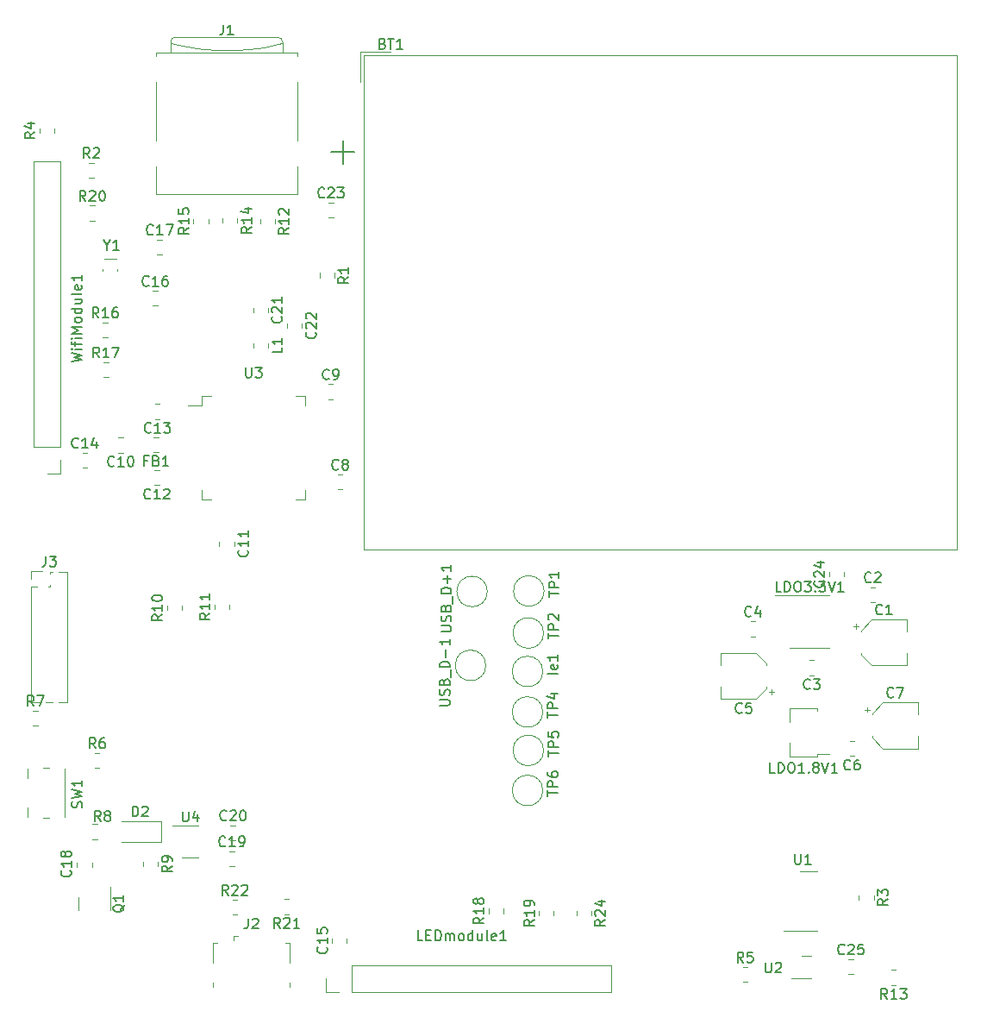
<source format=gbr>
%TF.GenerationSoftware,KiCad,Pcbnew,7.0.7*%
%TF.CreationDate,2024-05-08T11:13:52-07:00*%
%TF.ProjectId,Final_Project_Sutton_Yazzolino,46696e61-6c5f-4507-926f-6a6563745f53,rev?*%
%TF.SameCoordinates,Original*%
%TF.FileFunction,Legend,Top*%
%TF.FilePolarity,Positive*%
%FSLAX46Y46*%
G04 Gerber Fmt 4.6, Leading zero omitted, Abs format (unit mm)*
G04 Created by KiCad (PCBNEW 7.0.7) date 2024-05-08 11:13:53*
%MOMM*%
%LPD*%
G01*
G04 APERTURE LIST*
%ADD10C,0.150000*%
%ADD11C,0.120000*%
G04 APERTURE END LIST*
D10*
X132245833Y-92709580D02*
X132198214Y-92757200D01*
X132198214Y-92757200D02*
X132055357Y-92804819D01*
X132055357Y-92804819D02*
X131960119Y-92804819D01*
X131960119Y-92804819D02*
X131817262Y-92757200D01*
X131817262Y-92757200D02*
X131722024Y-92661961D01*
X131722024Y-92661961D02*
X131674405Y-92566723D01*
X131674405Y-92566723D02*
X131626786Y-92376247D01*
X131626786Y-92376247D02*
X131626786Y-92233390D01*
X131626786Y-92233390D02*
X131674405Y-92042914D01*
X131674405Y-92042914D02*
X131722024Y-91947676D01*
X131722024Y-91947676D02*
X131817262Y-91852438D01*
X131817262Y-91852438D02*
X131960119Y-91804819D01*
X131960119Y-91804819D02*
X132055357Y-91804819D01*
X132055357Y-91804819D02*
X132198214Y-91852438D01*
X132198214Y-91852438D02*
X132245833Y-91900057D01*
X132817262Y-92233390D02*
X132722024Y-92185771D01*
X132722024Y-92185771D02*
X132674405Y-92138152D01*
X132674405Y-92138152D02*
X132626786Y-92042914D01*
X132626786Y-92042914D02*
X132626786Y-91995295D01*
X132626786Y-91995295D02*
X132674405Y-91900057D01*
X132674405Y-91900057D02*
X132722024Y-91852438D01*
X132722024Y-91852438D02*
X132817262Y-91804819D01*
X132817262Y-91804819D02*
X133007738Y-91804819D01*
X133007738Y-91804819D02*
X133102976Y-91852438D01*
X133102976Y-91852438D02*
X133150595Y-91900057D01*
X133150595Y-91900057D02*
X133198214Y-91995295D01*
X133198214Y-91995295D02*
X133198214Y-92042914D01*
X133198214Y-92042914D02*
X133150595Y-92138152D01*
X133150595Y-92138152D02*
X133102976Y-92185771D01*
X133102976Y-92185771D02*
X133007738Y-92233390D01*
X133007738Y-92233390D02*
X132817262Y-92233390D01*
X132817262Y-92233390D02*
X132722024Y-92281009D01*
X132722024Y-92281009D02*
X132674405Y-92328628D01*
X132674405Y-92328628D02*
X132626786Y-92423866D01*
X132626786Y-92423866D02*
X132626786Y-92614342D01*
X132626786Y-92614342D02*
X132674405Y-92709580D01*
X132674405Y-92709580D02*
X132722024Y-92757200D01*
X132722024Y-92757200D02*
X132817262Y-92804819D01*
X132817262Y-92804819D02*
X133007738Y-92804819D01*
X133007738Y-92804819D02*
X133102976Y-92757200D01*
X133102976Y-92757200D02*
X133150595Y-92709580D01*
X133150595Y-92709580D02*
X133198214Y-92614342D01*
X133198214Y-92614342D02*
X133198214Y-92423866D01*
X133198214Y-92423866D02*
X133150595Y-92328628D01*
X133150595Y-92328628D02*
X133102976Y-92281009D01*
X133102976Y-92281009D02*
X133007738Y-92233390D01*
X117554819Y-69042857D02*
X117078628Y-69376190D01*
X117554819Y-69614285D02*
X116554819Y-69614285D01*
X116554819Y-69614285D02*
X116554819Y-69233333D01*
X116554819Y-69233333D02*
X116602438Y-69138095D01*
X116602438Y-69138095D02*
X116650057Y-69090476D01*
X116650057Y-69090476D02*
X116745295Y-69042857D01*
X116745295Y-69042857D02*
X116888152Y-69042857D01*
X116888152Y-69042857D02*
X116983390Y-69090476D01*
X116983390Y-69090476D02*
X117031009Y-69138095D01*
X117031009Y-69138095D02*
X117078628Y-69233333D01*
X117078628Y-69233333D02*
X117078628Y-69614285D01*
X117554819Y-68090476D02*
X117554819Y-68661904D01*
X117554819Y-68376190D02*
X116554819Y-68376190D01*
X116554819Y-68376190D02*
X116697676Y-68471428D01*
X116697676Y-68471428D02*
X116792914Y-68566666D01*
X116792914Y-68566666D02*
X116840533Y-68661904D01*
X116554819Y-67185714D02*
X116554819Y-67661904D01*
X116554819Y-67661904D02*
X117031009Y-67709523D01*
X117031009Y-67709523D02*
X116983390Y-67661904D01*
X116983390Y-67661904D02*
X116935771Y-67566666D01*
X116935771Y-67566666D02*
X116935771Y-67328571D01*
X116935771Y-67328571D02*
X116983390Y-67233333D01*
X116983390Y-67233333D02*
X117031009Y-67185714D01*
X117031009Y-67185714D02*
X117126247Y-67138095D01*
X117126247Y-67138095D02*
X117364342Y-67138095D01*
X117364342Y-67138095D02*
X117459580Y-67185714D01*
X117459580Y-67185714D02*
X117507200Y-67233333D01*
X117507200Y-67233333D02*
X117554819Y-67328571D01*
X117554819Y-67328571D02*
X117554819Y-67566666D01*
X117554819Y-67566666D02*
X117507200Y-67661904D01*
X117507200Y-67661904D02*
X117459580Y-67709523D01*
X181944642Y-140284580D02*
X181897023Y-140332200D01*
X181897023Y-140332200D02*
X181754166Y-140379819D01*
X181754166Y-140379819D02*
X181658928Y-140379819D01*
X181658928Y-140379819D02*
X181516071Y-140332200D01*
X181516071Y-140332200D02*
X181420833Y-140236961D01*
X181420833Y-140236961D02*
X181373214Y-140141723D01*
X181373214Y-140141723D02*
X181325595Y-139951247D01*
X181325595Y-139951247D02*
X181325595Y-139808390D01*
X181325595Y-139808390D02*
X181373214Y-139617914D01*
X181373214Y-139617914D02*
X181420833Y-139522676D01*
X181420833Y-139522676D02*
X181516071Y-139427438D01*
X181516071Y-139427438D02*
X181658928Y-139379819D01*
X181658928Y-139379819D02*
X181754166Y-139379819D01*
X181754166Y-139379819D02*
X181897023Y-139427438D01*
X181897023Y-139427438D02*
X181944642Y-139475057D01*
X182325595Y-139475057D02*
X182373214Y-139427438D01*
X182373214Y-139427438D02*
X182468452Y-139379819D01*
X182468452Y-139379819D02*
X182706547Y-139379819D01*
X182706547Y-139379819D02*
X182801785Y-139427438D01*
X182801785Y-139427438D02*
X182849404Y-139475057D01*
X182849404Y-139475057D02*
X182897023Y-139570295D01*
X182897023Y-139570295D02*
X182897023Y-139665533D01*
X182897023Y-139665533D02*
X182849404Y-139808390D01*
X182849404Y-139808390D02*
X182277976Y-140379819D01*
X182277976Y-140379819D02*
X182897023Y-140379819D01*
X183801785Y-139379819D02*
X183325595Y-139379819D01*
X183325595Y-139379819D02*
X183277976Y-139856009D01*
X183277976Y-139856009D02*
X183325595Y-139808390D01*
X183325595Y-139808390D02*
X183420833Y-139760771D01*
X183420833Y-139760771D02*
X183658928Y-139760771D01*
X183658928Y-139760771D02*
X183754166Y-139808390D01*
X183754166Y-139808390D02*
X183801785Y-139856009D01*
X183801785Y-139856009D02*
X183849404Y-139951247D01*
X183849404Y-139951247D02*
X183849404Y-140189342D01*
X183849404Y-140189342D02*
X183801785Y-140284580D01*
X183801785Y-140284580D02*
X183754166Y-140332200D01*
X183754166Y-140332200D02*
X183658928Y-140379819D01*
X183658928Y-140379819D02*
X183420833Y-140379819D01*
X183420833Y-140379819D02*
X183325595Y-140332200D01*
X183325595Y-140332200D02*
X183277976Y-140284580D01*
X153779819Y-112804761D02*
X152779819Y-112804761D01*
X153732200Y-111947619D02*
X153779819Y-112042857D01*
X153779819Y-112042857D02*
X153779819Y-112233333D01*
X153779819Y-112233333D02*
X153732200Y-112328571D01*
X153732200Y-112328571D02*
X153636961Y-112376190D01*
X153636961Y-112376190D02*
X153256009Y-112376190D01*
X153256009Y-112376190D02*
X153160771Y-112328571D01*
X153160771Y-112328571D02*
X153113152Y-112233333D01*
X153113152Y-112233333D02*
X153113152Y-112042857D01*
X153113152Y-112042857D02*
X153160771Y-111947619D01*
X153160771Y-111947619D02*
X153256009Y-111900000D01*
X153256009Y-111900000D02*
X153351247Y-111900000D01*
X153351247Y-111900000D02*
X153446485Y-112376190D01*
X153779819Y-110947619D02*
X153779819Y-111519047D01*
X153779819Y-111233333D02*
X152779819Y-111233333D01*
X152779819Y-111233333D02*
X152922676Y-111328571D01*
X152922676Y-111328571D02*
X153017914Y-111423809D01*
X153017914Y-111423809D02*
X153065533Y-111519047D01*
X113504166Y-91906009D02*
X113170833Y-91906009D01*
X113170833Y-92429819D02*
X113170833Y-91429819D01*
X113170833Y-91429819D02*
X113647023Y-91429819D01*
X114361309Y-91906009D02*
X114504166Y-91953628D01*
X114504166Y-91953628D02*
X114551785Y-92001247D01*
X114551785Y-92001247D02*
X114599404Y-92096485D01*
X114599404Y-92096485D02*
X114599404Y-92239342D01*
X114599404Y-92239342D02*
X114551785Y-92334580D01*
X114551785Y-92334580D02*
X114504166Y-92382200D01*
X114504166Y-92382200D02*
X114408928Y-92429819D01*
X114408928Y-92429819D02*
X114027976Y-92429819D01*
X114027976Y-92429819D02*
X114027976Y-91429819D01*
X114027976Y-91429819D02*
X114361309Y-91429819D01*
X114361309Y-91429819D02*
X114456547Y-91477438D01*
X114456547Y-91477438D02*
X114504166Y-91525057D01*
X114504166Y-91525057D02*
X114551785Y-91620295D01*
X114551785Y-91620295D02*
X114551785Y-91715533D01*
X114551785Y-91715533D02*
X114504166Y-91810771D01*
X114504166Y-91810771D02*
X114456547Y-91858390D01*
X114456547Y-91858390D02*
X114361309Y-91906009D01*
X114361309Y-91906009D02*
X114027976Y-91906009D01*
X115551785Y-92429819D02*
X114980357Y-92429819D01*
X115266071Y-92429819D02*
X115266071Y-91429819D01*
X115266071Y-91429819D02*
X115170833Y-91572676D01*
X115170833Y-91572676D02*
X115075595Y-91667914D01*
X115075595Y-91667914D02*
X114980357Y-91715533D01*
X123391666Y-136829819D02*
X123391666Y-137544104D01*
X123391666Y-137544104D02*
X123344047Y-137686961D01*
X123344047Y-137686961D02*
X123248809Y-137782200D01*
X123248809Y-137782200D02*
X123105952Y-137829819D01*
X123105952Y-137829819D02*
X123010714Y-137829819D01*
X123820238Y-136925057D02*
X123867857Y-136877438D01*
X123867857Y-136877438D02*
X123963095Y-136829819D01*
X123963095Y-136829819D02*
X124201190Y-136829819D01*
X124201190Y-136829819D02*
X124296428Y-136877438D01*
X124296428Y-136877438D02*
X124344047Y-136925057D01*
X124344047Y-136925057D02*
X124391666Y-137020295D01*
X124391666Y-137020295D02*
X124391666Y-137115533D01*
X124391666Y-137115533D02*
X124344047Y-137258390D01*
X124344047Y-137258390D02*
X123772619Y-137829819D01*
X123772619Y-137829819D02*
X124391666Y-137829819D01*
X140536666Y-139004819D02*
X140060476Y-139004819D01*
X140060476Y-139004819D02*
X140060476Y-138004819D01*
X140870000Y-138481009D02*
X141203333Y-138481009D01*
X141346190Y-139004819D02*
X140870000Y-139004819D01*
X140870000Y-139004819D02*
X140870000Y-138004819D01*
X140870000Y-138004819D02*
X141346190Y-138004819D01*
X141774762Y-139004819D02*
X141774762Y-138004819D01*
X141774762Y-138004819D02*
X142012857Y-138004819D01*
X142012857Y-138004819D02*
X142155714Y-138052438D01*
X142155714Y-138052438D02*
X142250952Y-138147676D01*
X142250952Y-138147676D02*
X142298571Y-138242914D01*
X142298571Y-138242914D02*
X142346190Y-138433390D01*
X142346190Y-138433390D02*
X142346190Y-138576247D01*
X142346190Y-138576247D02*
X142298571Y-138766723D01*
X142298571Y-138766723D02*
X142250952Y-138861961D01*
X142250952Y-138861961D02*
X142155714Y-138957200D01*
X142155714Y-138957200D02*
X142012857Y-139004819D01*
X142012857Y-139004819D02*
X141774762Y-139004819D01*
X142774762Y-139004819D02*
X142774762Y-138338152D01*
X142774762Y-138433390D02*
X142822381Y-138385771D01*
X142822381Y-138385771D02*
X142917619Y-138338152D01*
X142917619Y-138338152D02*
X143060476Y-138338152D01*
X143060476Y-138338152D02*
X143155714Y-138385771D01*
X143155714Y-138385771D02*
X143203333Y-138481009D01*
X143203333Y-138481009D02*
X143203333Y-139004819D01*
X143203333Y-138481009D02*
X143250952Y-138385771D01*
X143250952Y-138385771D02*
X143346190Y-138338152D01*
X143346190Y-138338152D02*
X143489047Y-138338152D01*
X143489047Y-138338152D02*
X143584286Y-138385771D01*
X143584286Y-138385771D02*
X143631905Y-138481009D01*
X143631905Y-138481009D02*
X143631905Y-139004819D01*
X144250952Y-139004819D02*
X144155714Y-138957200D01*
X144155714Y-138957200D02*
X144108095Y-138909580D01*
X144108095Y-138909580D02*
X144060476Y-138814342D01*
X144060476Y-138814342D02*
X144060476Y-138528628D01*
X144060476Y-138528628D02*
X144108095Y-138433390D01*
X144108095Y-138433390D02*
X144155714Y-138385771D01*
X144155714Y-138385771D02*
X144250952Y-138338152D01*
X144250952Y-138338152D02*
X144393809Y-138338152D01*
X144393809Y-138338152D02*
X144489047Y-138385771D01*
X144489047Y-138385771D02*
X144536666Y-138433390D01*
X144536666Y-138433390D02*
X144584285Y-138528628D01*
X144584285Y-138528628D02*
X144584285Y-138814342D01*
X144584285Y-138814342D02*
X144536666Y-138909580D01*
X144536666Y-138909580D02*
X144489047Y-138957200D01*
X144489047Y-138957200D02*
X144393809Y-139004819D01*
X144393809Y-139004819D02*
X144250952Y-139004819D01*
X145441428Y-139004819D02*
X145441428Y-138004819D01*
X145441428Y-138957200D02*
X145346190Y-139004819D01*
X145346190Y-139004819D02*
X145155714Y-139004819D01*
X145155714Y-139004819D02*
X145060476Y-138957200D01*
X145060476Y-138957200D02*
X145012857Y-138909580D01*
X145012857Y-138909580D02*
X144965238Y-138814342D01*
X144965238Y-138814342D02*
X144965238Y-138528628D01*
X144965238Y-138528628D02*
X145012857Y-138433390D01*
X145012857Y-138433390D02*
X145060476Y-138385771D01*
X145060476Y-138385771D02*
X145155714Y-138338152D01*
X145155714Y-138338152D02*
X145346190Y-138338152D01*
X145346190Y-138338152D02*
X145441428Y-138385771D01*
X146346190Y-138338152D02*
X146346190Y-139004819D01*
X145917619Y-138338152D02*
X145917619Y-138861961D01*
X145917619Y-138861961D02*
X145965238Y-138957200D01*
X145965238Y-138957200D02*
X146060476Y-139004819D01*
X146060476Y-139004819D02*
X146203333Y-139004819D01*
X146203333Y-139004819D02*
X146298571Y-138957200D01*
X146298571Y-138957200D02*
X146346190Y-138909580D01*
X146965238Y-139004819D02*
X146870000Y-138957200D01*
X146870000Y-138957200D02*
X146822381Y-138861961D01*
X146822381Y-138861961D02*
X146822381Y-138004819D01*
X147727143Y-138957200D02*
X147631905Y-139004819D01*
X147631905Y-139004819D02*
X147441429Y-139004819D01*
X147441429Y-139004819D02*
X147346191Y-138957200D01*
X147346191Y-138957200D02*
X147298572Y-138861961D01*
X147298572Y-138861961D02*
X147298572Y-138481009D01*
X147298572Y-138481009D02*
X147346191Y-138385771D01*
X147346191Y-138385771D02*
X147441429Y-138338152D01*
X147441429Y-138338152D02*
X147631905Y-138338152D01*
X147631905Y-138338152D02*
X147727143Y-138385771D01*
X147727143Y-138385771D02*
X147774762Y-138481009D01*
X147774762Y-138481009D02*
X147774762Y-138576247D01*
X147774762Y-138576247D02*
X147298572Y-138671485D01*
X148727143Y-139004819D02*
X148155715Y-139004819D01*
X148441429Y-139004819D02*
X148441429Y-138004819D01*
X148441429Y-138004819D02*
X148346191Y-138147676D01*
X148346191Y-138147676D02*
X148250953Y-138242914D01*
X148250953Y-138242914D02*
X148155715Y-138290533D01*
X113619642Y-74684580D02*
X113572023Y-74732200D01*
X113572023Y-74732200D02*
X113429166Y-74779819D01*
X113429166Y-74779819D02*
X113333928Y-74779819D01*
X113333928Y-74779819D02*
X113191071Y-74732200D01*
X113191071Y-74732200D02*
X113095833Y-74636961D01*
X113095833Y-74636961D02*
X113048214Y-74541723D01*
X113048214Y-74541723D02*
X113000595Y-74351247D01*
X113000595Y-74351247D02*
X113000595Y-74208390D01*
X113000595Y-74208390D02*
X113048214Y-74017914D01*
X113048214Y-74017914D02*
X113095833Y-73922676D01*
X113095833Y-73922676D02*
X113191071Y-73827438D01*
X113191071Y-73827438D02*
X113333928Y-73779819D01*
X113333928Y-73779819D02*
X113429166Y-73779819D01*
X113429166Y-73779819D02*
X113572023Y-73827438D01*
X113572023Y-73827438D02*
X113619642Y-73875057D01*
X114572023Y-74779819D02*
X114000595Y-74779819D01*
X114286309Y-74779819D02*
X114286309Y-73779819D01*
X114286309Y-73779819D02*
X114191071Y-73922676D01*
X114191071Y-73922676D02*
X114095833Y-74017914D01*
X114095833Y-74017914D02*
X114000595Y-74065533D01*
X115429166Y-73779819D02*
X115238690Y-73779819D01*
X115238690Y-73779819D02*
X115143452Y-73827438D01*
X115143452Y-73827438D02*
X115095833Y-73875057D01*
X115095833Y-73875057D02*
X115000595Y-74017914D01*
X115000595Y-74017914D02*
X114952976Y-74208390D01*
X114952976Y-74208390D02*
X114952976Y-74589342D01*
X114952976Y-74589342D02*
X115000595Y-74684580D01*
X115000595Y-74684580D02*
X115048214Y-74732200D01*
X115048214Y-74732200D02*
X115143452Y-74779819D01*
X115143452Y-74779819D02*
X115333928Y-74779819D01*
X115333928Y-74779819D02*
X115429166Y-74732200D01*
X115429166Y-74732200D02*
X115476785Y-74684580D01*
X115476785Y-74684580D02*
X115524404Y-74589342D01*
X115524404Y-74589342D02*
X115524404Y-74351247D01*
X115524404Y-74351247D02*
X115476785Y-74256009D01*
X115476785Y-74256009D02*
X115429166Y-74208390D01*
X115429166Y-74208390D02*
X115333928Y-74160771D01*
X115333928Y-74160771D02*
X115143452Y-74160771D01*
X115143452Y-74160771D02*
X115048214Y-74208390D01*
X115048214Y-74208390D02*
X115000595Y-74256009D01*
X115000595Y-74256009D02*
X114952976Y-74351247D01*
X113819642Y-89084580D02*
X113772023Y-89132200D01*
X113772023Y-89132200D02*
X113629166Y-89179819D01*
X113629166Y-89179819D02*
X113533928Y-89179819D01*
X113533928Y-89179819D02*
X113391071Y-89132200D01*
X113391071Y-89132200D02*
X113295833Y-89036961D01*
X113295833Y-89036961D02*
X113248214Y-88941723D01*
X113248214Y-88941723D02*
X113200595Y-88751247D01*
X113200595Y-88751247D02*
X113200595Y-88608390D01*
X113200595Y-88608390D02*
X113248214Y-88417914D01*
X113248214Y-88417914D02*
X113295833Y-88322676D01*
X113295833Y-88322676D02*
X113391071Y-88227438D01*
X113391071Y-88227438D02*
X113533928Y-88179819D01*
X113533928Y-88179819D02*
X113629166Y-88179819D01*
X113629166Y-88179819D02*
X113772023Y-88227438D01*
X113772023Y-88227438D02*
X113819642Y-88275057D01*
X114772023Y-89179819D02*
X114200595Y-89179819D01*
X114486309Y-89179819D02*
X114486309Y-88179819D01*
X114486309Y-88179819D02*
X114391071Y-88322676D01*
X114391071Y-88322676D02*
X114295833Y-88417914D01*
X114295833Y-88417914D02*
X114200595Y-88465533D01*
X115105357Y-88179819D02*
X115724404Y-88179819D01*
X115724404Y-88179819D02*
X115391071Y-88560771D01*
X115391071Y-88560771D02*
X115533928Y-88560771D01*
X115533928Y-88560771D02*
X115629166Y-88608390D01*
X115629166Y-88608390D02*
X115676785Y-88656009D01*
X115676785Y-88656009D02*
X115724404Y-88751247D01*
X115724404Y-88751247D02*
X115724404Y-88989342D01*
X115724404Y-88989342D02*
X115676785Y-89084580D01*
X115676785Y-89084580D02*
X115629166Y-89132200D01*
X115629166Y-89132200D02*
X115533928Y-89179819D01*
X115533928Y-89179819D02*
X115248214Y-89179819D01*
X115248214Y-89179819D02*
X115152976Y-89132200D01*
X115152976Y-89132200D02*
X115105357Y-89084580D01*
X123299580Y-100702857D02*
X123347200Y-100750476D01*
X123347200Y-100750476D02*
X123394819Y-100893333D01*
X123394819Y-100893333D02*
X123394819Y-100988571D01*
X123394819Y-100988571D02*
X123347200Y-101131428D01*
X123347200Y-101131428D02*
X123251961Y-101226666D01*
X123251961Y-101226666D02*
X123156723Y-101274285D01*
X123156723Y-101274285D02*
X122966247Y-101321904D01*
X122966247Y-101321904D02*
X122823390Y-101321904D01*
X122823390Y-101321904D02*
X122632914Y-101274285D01*
X122632914Y-101274285D02*
X122537676Y-101226666D01*
X122537676Y-101226666D02*
X122442438Y-101131428D01*
X122442438Y-101131428D02*
X122394819Y-100988571D01*
X122394819Y-100988571D02*
X122394819Y-100893333D01*
X122394819Y-100893333D02*
X122442438Y-100750476D01*
X122442438Y-100750476D02*
X122490057Y-100702857D01*
X123394819Y-99750476D02*
X123394819Y-100321904D01*
X123394819Y-100036190D02*
X122394819Y-100036190D01*
X122394819Y-100036190D02*
X122537676Y-100131428D01*
X122537676Y-100131428D02*
X122632914Y-100226666D01*
X122632914Y-100226666D02*
X122680533Y-100321904D01*
X123394819Y-98798095D02*
X123394819Y-99369523D01*
X123394819Y-99083809D02*
X122394819Y-99083809D01*
X122394819Y-99083809D02*
X122537676Y-99179047D01*
X122537676Y-99179047D02*
X122632914Y-99274285D01*
X122632914Y-99274285D02*
X122680533Y-99369523D01*
X106029819Y-82210713D02*
X107029819Y-81972618D01*
X107029819Y-81972618D02*
X106315533Y-81782142D01*
X106315533Y-81782142D02*
X107029819Y-81591666D01*
X107029819Y-81591666D02*
X106029819Y-81353571D01*
X107029819Y-80972618D02*
X106363152Y-80972618D01*
X106029819Y-80972618D02*
X106077438Y-81020237D01*
X106077438Y-81020237D02*
X106125057Y-80972618D01*
X106125057Y-80972618D02*
X106077438Y-80924999D01*
X106077438Y-80924999D02*
X106029819Y-80972618D01*
X106029819Y-80972618D02*
X106125057Y-80972618D01*
X106363152Y-80639285D02*
X106363152Y-80258333D01*
X107029819Y-80496428D02*
X106172676Y-80496428D01*
X106172676Y-80496428D02*
X106077438Y-80448809D01*
X106077438Y-80448809D02*
X106029819Y-80353571D01*
X106029819Y-80353571D02*
X106029819Y-80258333D01*
X107029819Y-79924999D02*
X106363152Y-79924999D01*
X106029819Y-79924999D02*
X106077438Y-79972618D01*
X106077438Y-79972618D02*
X106125057Y-79924999D01*
X106125057Y-79924999D02*
X106077438Y-79877380D01*
X106077438Y-79877380D02*
X106029819Y-79924999D01*
X106029819Y-79924999D02*
X106125057Y-79924999D01*
X107029819Y-79448809D02*
X106029819Y-79448809D01*
X106029819Y-79448809D02*
X106744104Y-79115476D01*
X106744104Y-79115476D02*
X106029819Y-78782143D01*
X106029819Y-78782143D02*
X107029819Y-78782143D01*
X107029819Y-78163095D02*
X106982200Y-78258333D01*
X106982200Y-78258333D02*
X106934580Y-78305952D01*
X106934580Y-78305952D02*
X106839342Y-78353571D01*
X106839342Y-78353571D02*
X106553628Y-78353571D01*
X106553628Y-78353571D02*
X106458390Y-78305952D01*
X106458390Y-78305952D02*
X106410771Y-78258333D01*
X106410771Y-78258333D02*
X106363152Y-78163095D01*
X106363152Y-78163095D02*
X106363152Y-78020238D01*
X106363152Y-78020238D02*
X106410771Y-77925000D01*
X106410771Y-77925000D02*
X106458390Y-77877381D01*
X106458390Y-77877381D02*
X106553628Y-77829762D01*
X106553628Y-77829762D02*
X106839342Y-77829762D01*
X106839342Y-77829762D02*
X106934580Y-77877381D01*
X106934580Y-77877381D02*
X106982200Y-77925000D01*
X106982200Y-77925000D02*
X107029819Y-78020238D01*
X107029819Y-78020238D02*
X107029819Y-78163095D01*
X107029819Y-76972619D02*
X106029819Y-76972619D01*
X106982200Y-76972619D02*
X107029819Y-77067857D01*
X107029819Y-77067857D02*
X107029819Y-77258333D01*
X107029819Y-77258333D02*
X106982200Y-77353571D01*
X106982200Y-77353571D02*
X106934580Y-77401190D01*
X106934580Y-77401190D02*
X106839342Y-77448809D01*
X106839342Y-77448809D02*
X106553628Y-77448809D01*
X106553628Y-77448809D02*
X106458390Y-77401190D01*
X106458390Y-77401190D02*
X106410771Y-77353571D01*
X106410771Y-77353571D02*
X106363152Y-77258333D01*
X106363152Y-77258333D02*
X106363152Y-77067857D01*
X106363152Y-77067857D02*
X106410771Y-76972619D01*
X106363152Y-76067857D02*
X107029819Y-76067857D01*
X106363152Y-76496428D02*
X106886961Y-76496428D01*
X106886961Y-76496428D02*
X106982200Y-76448809D01*
X106982200Y-76448809D02*
X107029819Y-76353571D01*
X107029819Y-76353571D02*
X107029819Y-76210714D01*
X107029819Y-76210714D02*
X106982200Y-76115476D01*
X106982200Y-76115476D02*
X106934580Y-76067857D01*
X107029819Y-75448809D02*
X106982200Y-75544047D01*
X106982200Y-75544047D02*
X106886961Y-75591666D01*
X106886961Y-75591666D02*
X106029819Y-75591666D01*
X106982200Y-74686904D02*
X107029819Y-74782142D01*
X107029819Y-74782142D02*
X107029819Y-74972618D01*
X107029819Y-74972618D02*
X106982200Y-75067856D01*
X106982200Y-75067856D02*
X106886961Y-75115475D01*
X106886961Y-75115475D02*
X106506009Y-75115475D01*
X106506009Y-75115475D02*
X106410771Y-75067856D01*
X106410771Y-75067856D02*
X106363152Y-74972618D01*
X106363152Y-74972618D02*
X106363152Y-74782142D01*
X106363152Y-74782142D02*
X106410771Y-74686904D01*
X106410771Y-74686904D02*
X106506009Y-74639285D01*
X106506009Y-74639285D02*
X106601247Y-74639285D01*
X106601247Y-74639285D02*
X106696485Y-75115475D01*
X107029819Y-73686904D02*
X107029819Y-74258332D01*
X107029819Y-73972618D02*
X106029819Y-73972618D01*
X106029819Y-73972618D02*
X106172676Y-74067856D01*
X106172676Y-74067856D02*
X106267914Y-74163094D01*
X106267914Y-74163094D02*
X106315533Y-74258332D01*
X151479819Y-136955357D02*
X151003628Y-137288690D01*
X151479819Y-137526785D02*
X150479819Y-137526785D01*
X150479819Y-137526785D02*
X150479819Y-137145833D01*
X150479819Y-137145833D02*
X150527438Y-137050595D01*
X150527438Y-137050595D02*
X150575057Y-137002976D01*
X150575057Y-137002976D02*
X150670295Y-136955357D01*
X150670295Y-136955357D02*
X150813152Y-136955357D01*
X150813152Y-136955357D02*
X150908390Y-137002976D01*
X150908390Y-137002976D02*
X150956009Y-137050595D01*
X150956009Y-137050595D02*
X151003628Y-137145833D01*
X151003628Y-137145833D02*
X151003628Y-137526785D01*
X151479819Y-136002976D02*
X151479819Y-136574404D01*
X151479819Y-136288690D02*
X150479819Y-136288690D01*
X150479819Y-136288690D02*
X150622676Y-136383928D01*
X150622676Y-136383928D02*
X150717914Y-136479166D01*
X150717914Y-136479166D02*
X150765533Y-136574404D01*
X151479819Y-135526785D02*
X151479819Y-135336309D01*
X151479819Y-135336309D02*
X151432200Y-135241071D01*
X151432200Y-135241071D02*
X151384580Y-135193452D01*
X151384580Y-135193452D02*
X151241723Y-135098214D01*
X151241723Y-135098214D02*
X151051247Y-135050595D01*
X151051247Y-135050595D02*
X150670295Y-135050595D01*
X150670295Y-135050595D02*
X150575057Y-135098214D01*
X150575057Y-135098214D02*
X150527438Y-135145833D01*
X150527438Y-135145833D02*
X150479819Y-135241071D01*
X150479819Y-135241071D02*
X150479819Y-135431547D01*
X150479819Y-135431547D02*
X150527438Y-135526785D01*
X150527438Y-135526785D02*
X150575057Y-135574404D01*
X150575057Y-135574404D02*
X150670295Y-135622023D01*
X150670295Y-135622023D02*
X150908390Y-135622023D01*
X150908390Y-135622023D02*
X151003628Y-135574404D01*
X151003628Y-135574404D02*
X151051247Y-135526785D01*
X151051247Y-135526785D02*
X151098866Y-135431547D01*
X151098866Y-135431547D02*
X151098866Y-135241071D01*
X151098866Y-135241071D02*
X151051247Y-135145833D01*
X151051247Y-135145833D02*
X151003628Y-135098214D01*
X151003628Y-135098214D02*
X150908390Y-135050595D01*
X126729819Y-80779166D02*
X126729819Y-81255356D01*
X126729819Y-81255356D02*
X125729819Y-81255356D01*
X126729819Y-79922023D02*
X126729819Y-80493451D01*
X126729819Y-80207737D02*
X125729819Y-80207737D01*
X125729819Y-80207737D02*
X125872676Y-80302975D01*
X125872676Y-80302975D02*
X125967914Y-80398213D01*
X125967914Y-80398213D02*
X126015533Y-80493451D01*
X186204819Y-134954166D02*
X185728628Y-135287499D01*
X186204819Y-135525594D02*
X185204819Y-135525594D01*
X185204819Y-135525594D02*
X185204819Y-135144642D01*
X185204819Y-135144642D02*
X185252438Y-135049404D01*
X185252438Y-135049404D02*
X185300057Y-135001785D01*
X185300057Y-135001785D02*
X185395295Y-134954166D01*
X185395295Y-134954166D02*
X185538152Y-134954166D01*
X185538152Y-134954166D02*
X185633390Y-135001785D01*
X185633390Y-135001785D02*
X185681009Y-135049404D01*
X185681009Y-135049404D02*
X185728628Y-135144642D01*
X185728628Y-135144642D02*
X185728628Y-135525594D01*
X185204819Y-134620832D02*
X185204819Y-134001785D01*
X185204819Y-134001785D02*
X185585771Y-134335118D01*
X185585771Y-134335118D02*
X185585771Y-134192261D01*
X185585771Y-134192261D02*
X185633390Y-134097023D01*
X185633390Y-134097023D02*
X185681009Y-134049404D01*
X185681009Y-134049404D02*
X185776247Y-134001785D01*
X185776247Y-134001785D02*
X186014342Y-134001785D01*
X186014342Y-134001785D02*
X186109580Y-134049404D01*
X186109580Y-134049404D02*
X186157200Y-134097023D01*
X186157200Y-134097023D02*
X186204819Y-134192261D01*
X186204819Y-134192261D02*
X186204819Y-134477975D01*
X186204819Y-134477975D02*
X186157200Y-134573213D01*
X186157200Y-134573213D02*
X186109580Y-134620832D01*
X171878333Y-116594580D02*
X171830714Y-116642200D01*
X171830714Y-116642200D02*
X171687857Y-116689819D01*
X171687857Y-116689819D02*
X171592619Y-116689819D01*
X171592619Y-116689819D02*
X171449762Y-116642200D01*
X171449762Y-116642200D02*
X171354524Y-116546961D01*
X171354524Y-116546961D02*
X171306905Y-116451723D01*
X171306905Y-116451723D02*
X171259286Y-116261247D01*
X171259286Y-116261247D02*
X171259286Y-116118390D01*
X171259286Y-116118390D02*
X171306905Y-115927914D01*
X171306905Y-115927914D02*
X171354524Y-115832676D01*
X171354524Y-115832676D02*
X171449762Y-115737438D01*
X171449762Y-115737438D02*
X171592619Y-115689819D01*
X171592619Y-115689819D02*
X171687857Y-115689819D01*
X171687857Y-115689819D02*
X171830714Y-115737438D01*
X171830714Y-115737438D02*
X171878333Y-115785057D01*
X172783095Y-115689819D02*
X172306905Y-115689819D01*
X172306905Y-115689819D02*
X172259286Y-116166009D01*
X172259286Y-116166009D02*
X172306905Y-116118390D01*
X172306905Y-116118390D02*
X172402143Y-116070771D01*
X172402143Y-116070771D02*
X172640238Y-116070771D01*
X172640238Y-116070771D02*
X172735476Y-116118390D01*
X172735476Y-116118390D02*
X172783095Y-116166009D01*
X172783095Y-116166009D02*
X172830714Y-116261247D01*
X172830714Y-116261247D02*
X172830714Y-116499342D01*
X172830714Y-116499342D02*
X172783095Y-116594580D01*
X172783095Y-116594580D02*
X172735476Y-116642200D01*
X172735476Y-116642200D02*
X172640238Y-116689819D01*
X172640238Y-116689819D02*
X172402143Y-116689819D01*
X172402143Y-116689819D02*
X172306905Y-116642200D01*
X172306905Y-116642200D02*
X172259286Y-116594580D01*
X106694642Y-90584580D02*
X106647023Y-90632200D01*
X106647023Y-90632200D02*
X106504166Y-90679819D01*
X106504166Y-90679819D02*
X106408928Y-90679819D01*
X106408928Y-90679819D02*
X106266071Y-90632200D01*
X106266071Y-90632200D02*
X106170833Y-90536961D01*
X106170833Y-90536961D02*
X106123214Y-90441723D01*
X106123214Y-90441723D02*
X106075595Y-90251247D01*
X106075595Y-90251247D02*
X106075595Y-90108390D01*
X106075595Y-90108390D02*
X106123214Y-89917914D01*
X106123214Y-89917914D02*
X106170833Y-89822676D01*
X106170833Y-89822676D02*
X106266071Y-89727438D01*
X106266071Y-89727438D02*
X106408928Y-89679819D01*
X106408928Y-89679819D02*
X106504166Y-89679819D01*
X106504166Y-89679819D02*
X106647023Y-89727438D01*
X106647023Y-89727438D02*
X106694642Y-89775057D01*
X107647023Y-90679819D02*
X107075595Y-90679819D01*
X107361309Y-90679819D02*
X107361309Y-89679819D01*
X107361309Y-89679819D02*
X107266071Y-89822676D01*
X107266071Y-89822676D02*
X107170833Y-89917914D01*
X107170833Y-89917914D02*
X107075595Y-89965533D01*
X108504166Y-90013152D02*
X108504166Y-90679819D01*
X108266071Y-89632200D02*
X108027976Y-90346485D01*
X108027976Y-90346485D02*
X108647023Y-90346485D01*
X186144642Y-144729819D02*
X185811309Y-144253628D01*
X185573214Y-144729819D02*
X185573214Y-143729819D01*
X185573214Y-143729819D02*
X185954166Y-143729819D01*
X185954166Y-143729819D02*
X186049404Y-143777438D01*
X186049404Y-143777438D02*
X186097023Y-143825057D01*
X186097023Y-143825057D02*
X186144642Y-143920295D01*
X186144642Y-143920295D02*
X186144642Y-144063152D01*
X186144642Y-144063152D02*
X186097023Y-144158390D01*
X186097023Y-144158390D02*
X186049404Y-144206009D01*
X186049404Y-144206009D02*
X185954166Y-144253628D01*
X185954166Y-144253628D02*
X185573214Y-144253628D01*
X187097023Y-144729819D02*
X186525595Y-144729819D01*
X186811309Y-144729819D02*
X186811309Y-143729819D01*
X186811309Y-143729819D02*
X186716071Y-143872676D01*
X186716071Y-143872676D02*
X186620833Y-143967914D01*
X186620833Y-143967914D02*
X186525595Y-144015533D01*
X187430357Y-143729819D02*
X188049404Y-143729819D01*
X188049404Y-143729819D02*
X187716071Y-144110771D01*
X187716071Y-144110771D02*
X187858928Y-144110771D01*
X187858928Y-144110771D02*
X187954166Y-144158390D01*
X187954166Y-144158390D02*
X188001785Y-144206009D01*
X188001785Y-144206009D02*
X188049404Y-144301247D01*
X188049404Y-144301247D02*
X188049404Y-144539342D01*
X188049404Y-144539342D02*
X188001785Y-144634580D01*
X188001785Y-144634580D02*
X187954166Y-144682200D01*
X187954166Y-144682200D02*
X187858928Y-144729819D01*
X187858928Y-144729819D02*
X187573214Y-144729819D01*
X187573214Y-144729819D02*
X187477976Y-144682200D01*
X187477976Y-144682200D02*
X187430357Y-144634580D01*
X131059580Y-139655357D02*
X131107200Y-139702976D01*
X131107200Y-139702976D02*
X131154819Y-139845833D01*
X131154819Y-139845833D02*
X131154819Y-139941071D01*
X131154819Y-139941071D02*
X131107200Y-140083928D01*
X131107200Y-140083928D02*
X131011961Y-140179166D01*
X131011961Y-140179166D02*
X130916723Y-140226785D01*
X130916723Y-140226785D02*
X130726247Y-140274404D01*
X130726247Y-140274404D02*
X130583390Y-140274404D01*
X130583390Y-140274404D02*
X130392914Y-140226785D01*
X130392914Y-140226785D02*
X130297676Y-140179166D01*
X130297676Y-140179166D02*
X130202438Y-140083928D01*
X130202438Y-140083928D02*
X130154819Y-139941071D01*
X130154819Y-139941071D02*
X130154819Y-139845833D01*
X130154819Y-139845833D02*
X130202438Y-139702976D01*
X130202438Y-139702976D02*
X130250057Y-139655357D01*
X131154819Y-138702976D02*
X131154819Y-139274404D01*
X131154819Y-138988690D02*
X130154819Y-138988690D01*
X130154819Y-138988690D02*
X130297676Y-139083928D01*
X130297676Y-139083928D02*
X130392914Y-139179166D01*
X130392914Y-139179166D02*
X130440533Y-139274404D01*
X130154819Y-137798214D02*
X130154819Y-138274404D01*
X130154819Y-138274404D02*
X130631009Y-138322023D01*
X130631009Y-138322023D02*
X130583390Y-138274404D01*
X130583390Y-138274404D02*
X130535771Y-138179166D01*
X130535771Y-138179166D02*
X130535771Y-137941071D01*
X130535771Y-137941071D02*
X130583390Y-137845833D01*
X130583390Y-137845833D02*
X130631009Y-137798214D01*
X130631009Y-137798214D02*
X130726247Y-137750595D01*
X130726247Y-137750595D02*
X130964342Y-137750595D01*
X130964342Y-137750595D02*
X131059580Y-137798214D01*
X131059580Y-137798214D02*
X131107200Y-137845833D01*
X131107200Y-137845833D02*
X131154819Y-137941071D01*
X131154819Y-137941071D02*
X131154819Y-138179166D01*
X131154819Y-138179166D02*
X131107200Y-138274404D01*
X131107200Y-138274404D02*
X131059580Y-138322023D01*
X114044642Y-69659580D02*
X113997023Y-69707200D01*
X113997023Y-69707200D02*
X113854166Y-69754819D01*
X113854166Y-69754819D02*
X113758928Y-69754819D01*
X113758928Y-69754819D02*
X113616071Y-69707200D01*
X113616071Y-69707200D02*
X113520833Y-69611961D01*
X113520833Y-69611961D02*
X113473214Y-69516723D01*
X113473214Y-69516723D02*
X113425595Y-69326247D01*
X113425595Y-69326247D02*
X113425595Y-69183390D01*
X113425595Y-69183390D02*
X113473214Y-68992914D01*
X113473214Y-68992914D02*
X113520833Y-68897676D01*
X113520833Y-68897676D02*
X113616071Y-68802438D01*
X113616071Y-68802438D02*
X113758928Y-68754819D01*
X113758928Y-68754819D02*
X113854166Y-68754819D01*
X113854166Y-68754819D02*
X113997023Y-68802438D01*
X113997023Y-68802438D02*
X114044642Y-68850057D01*
X114997023Y-69754819D02*
X114425595Y-69754819D01*
X114711309Y-69754819D02*
X114711309Y-68754819D01*
X114711309Y-68754819D02*
X114616071Y-68897676D01*
X114616071Y-68897676D02*
X114520833Y-68992914D01*
X114520833Y-68992914D02*
X114425595Y-69040533D01*
X115330357Y-68754819D02*
X115997023Y-68754819D01*
X115997023Y-68754819D02*
X115568452Y-69754819D01*
X175740476Y-104764819D02*
X175264286Y-104764819D01*
X175264286Y-104764819D02*
X175264286Y-103764819D01*
X176073810Y-104764819D02*
X176073810Y-103764819D01*
X176073810Y-103764819D02*
X176311905Y-103764819D01*
X176311905Y-103764819D02*
X176454762Y-103812438D01*
X176454762Y-103812438D02*
X176550000Y-103907676D01*
X176550000Y-103907676D02*
X176597619Y-104002914D01*
X176597619Y-104002914D02*
X176645238Y-104193390D01*
X176645238Y-104193390D02*
X176645238Y-104336247D01*
X176645238Y-104336247D02*
X176597619Y-104526723D01*
X176597619Y-104526723D02*
X176550000Y-104621961D01*
X176550000Y-104621961D02*
X176454762Y-104717200D01*
X176454762Y-104717200D02*
X176311905Y-104764819D01*
X176311905Y-104764819D02*
X176073810Y-104764819D01*
X177264286Y-103764819D02*
X177454762Y-103764819D01*
X177454762Y-103764819D02*
X177550000Y-103812438D01*
X177550000Y-103812438D02*
X177645238Y-103907676D01*
X177645238Y-103907676D02*
X177692857Y-104098152D01*
X177692857Y-104098152D02*
X177692857Y-104431485D01*
X177692857Y-104431485D02*
X177645238Y-104621961D01*
X177645238Y-104621961D02*
X177550000Y-104717200D01*
X177550000Y-104717200D02*
X177454762Y-104764819D01*
X177454762Y-104764819D02*
X177264286Y-104764819D01*
X177264286Y-104764819D02*
X177169048Y-104717200D01*
X177169048Y-104717200D02*
X177073810Y-104621961D01*
X177073810Y-104621961D02*
X177026191Y-104431485D01*
X177026191Y-104431485D02*
X177026191Y-104098152D01*
X177026191Y-104098152D02*
X177073810Y-103907676D01*
X177073810Y-103907676D02*
X177169048Y-103812438D01*
X177169048Y-103812438D02*
X177264286Y-103764819D01*
X178026191Y-103764819D02*
X178645238Y-103764819D01*
X178645238Y-103764819D02*
X178311905Y-104145771D01*
X178311905Y-104145771D02*
X178454762Y-104145771D01*
X178454762Y-104145771D02*
X178550000Y-104193390D01*
X178550000Y-104193390D02*
X178597619Y-104241009D01*
X178597619Y-104241009D02*
X178645238Y-104336247D01*
X178645238Y-104336247D02*
X178645238Y-104574342D01*
X178645238Y-104574342D02*
X178597619Y-104669580D01*
X178597619Y-104669580D02*
X178550000Y-104717200D01*
X178550000Y-104717200D02*
X178454762Y-104764819D01*
X178454762Y-104764819D02*
X178169048Y-104764819D01*
X178169048Y-104764819D02*
X178073810Y-104717200D01*
X178073810Y-104717200D02*
X178026191Y-104669580D01*
X179073810Y-104669580D02*
X179121429Y-104717200D01*
X179121429Y-104717200D02*
X179073810Y-104764819D01*
X179073810Y-104764819D02*
X179026191Y-104717200D01*
X179026191Y-104717200D02*
X179073810Y-104669580D01*
X179073810Y-104669580D02*
X179073810Y-104764819D01*
X179454762Y-103764819D02*
X180073809Y-103764819D01*
X180073809Y-103764819D02*
X179740476Y-104145771D01*
X179740476Y-104145771D02*
X179883333Y-104145771D01*
X179883333Y-104145771D02*
X179978571Y-104193390D01*
X179978571Y-104193390D02*
X180026190Y-104241009D01*
X180026190Y-104241009D02*
X180073809Y-104336247D01*
X180073809Y-104336247D02*
X180073809Y-104574342D01*
X180073809Y-104574342D02*
X180026190Y-104669580D01*
X180026190Y-104669580D02*
X179978571Y-104717200D01*
X179978571Y-104717200D02*
X179883333Y-104764819D01*
X179883333Y-104764819D02*
X179597619Y-104764819D01*
X179597619Y-104764819D02*
X179502381Y-104717200D01*
X179502381Y-104717200D02*
X179454762Y-104669580D01*
X180359524Y-103764819D02*
X180692857Y-104764819D01*
X180692857Y-104764819D02*
X181026190Y-103764819D01*
X181883333Y-104764819D02*
X181311905Y-104764819D01*
X181597619Y-104764819D02*
X181597619Y-103764819D01*
X181597619Y-103764819D02*
X181502381Y-103907676D01*
X181502381Y-103907676D02*
X181407143Y-104002914D01*
X181407143Y-104002914D02*
X181311905Y-104050533D01*
X123138095Y-82754819D02*
X123138095Y-83564342D01*
X123138095Y-83564342D02*
X123185714Y-83659580D01*
X123185714Y-83659580D02*
X123233333Y-83707200D01*
X123233333Y-83707200D02*
X123328571Y-83754819D01*
X123328571Y-83754819D02*
X123519047Y-83754819D01*
X123519047Y-83754819D02*
X123614285Y-83707200D01*
X123614285Y-83707200D02*
X123661904Y-83659580D01*
X123661904Y-83659580D02*
X123709523Y-83564342D01*
X123709523Y-83564342D02*
X123709523Y-82754819D01*
X124090476Y-82754819D02*
X124709523Y-82754819D01*
X124709523Y-82754819D02*
X124376190Y-83135771D01*
X124376190Y-83135771D02*
X124519047Y-83135771D01*
X124519047Y-83135771D02*
X124614285Y-83183390D01*
X124614285Y-83183390D02*
X124661904Y-83231009D01*
X124661904Y-83231009D02*
X124709523Y-83326247D01*
X124709523Y-83326247D02*
X124709523Y-83564342D01*
X124709523Y-83564342D02*
X124661904Y-83659580D01*
X124661904Y-83659580D02*
X124614285Y-83707200D01*
X124614285Y-83707200D02*
X124519047Y-83754819D01*
X124519047Y-83754819D02*
X124233333Y-83754819D01*
X124233333Y-83754819D02*
X124138095Y-83707200D01*
X124138095Y-83707200D02*
X124090476Y-83659580D01*
X108769642Y-81779819D02*
X108436309Y-81303628D01*
X108198214Y-81779819D02*
X108198214Y-80779819D01*
X108198214Y-80779819D02*
X108579166Y-80779819D01*
X108579166Y-80779819D02*
X108674404Y-80827438D01*
X108674404Y-80827438D02*
X108722023Y-80875057D01*
X108722023Y-80875057D02*
X108769642Y-80970295D01*
X108769642Y-80970295D02*
X108769642Y-81113152D01*
X108769642Y-81113152D02*
X108722023Y-81208390D01*
X108722023Y-81208390D02*
X108674404Y-81256009D01*
X108674404Y-81256009D02*
X108579166Y-81303628D01*
X108579166Y-81303628D02*
X108198214Y-81303628D01*
X109722023Y-81779819D02*
X109150595Y-81779819D01*
X109436309Y-81779819D02*
X109436309Y-80779819D01*
X109436309Y-80779819D02*
X109341071Y-80922676D01*
X109341071Y-80922676D02*
X109245833Y-81017914D01*
X109245833Y-81017914D02*
X109150595Y-81065533D01*
X110055357Y-80779819D02*
X110722023Y-80779819D01*
X110722023Y-80779819D02*
X110293452Y-81779819D01*
X158454819Y-136955357D02*
X157978628Y-137288690D01*
X158454819Y-137526785D02*
X157454819Y-137526785D01*
X157454819Y-137526785D02*
X157454819Y-137145833D01*
X157454819Y-137145833D02*
X157502438Y-137050595D01*
X157502438Y-137050595D02*
X157550057Y-137002976D01*
X157550057Y-137002976D02*
X157645295Y-136955357D01*
X157645295Y-136955357D02*
X157788152Y-136955357D01*
X157788152Y-136955357D02*
X157883390Y-137002976D01*
X157883390Y-137002976D02*
X157931009Y-137050595D01*
X157931009Y-137050595D02*
X157978628Y-137145833D01*
X157978628Y-137145833D02*
X157978628Y-137526785D01*
X157550057Y-136574404D02*
X157502438Y-136526785D01*
X157502438Y-136526785D02*
X157454819Y-136431547D01*
X157454819Y-136431547D02*
X157454819Y-136193452D01*
X157454819Y-136193452D02*
X157502438Y-136098214D01*
X157502438Y-136098214D02*
X157550057Y-136050595D01*
X157550057Y-136050595D02*
X157645295Y-136002976D01*
X157645295Y-136002976D02*
X157740533Y-136002976D01*
X157740533Y-136002976D02*
X157883390Y-136050595D01*
X157883390Y-136050595D02*
X158454819Y-136622023D01*
X158454819Y-136622023D02*
X158454819Y-136002976D01*
X157788152Y-135145833D02*
X158454819Y-135145833D01*
X157407200Y-135383928D02*
X158121485Y-135622023D01*
X158121485Y-135622023D02*
X158121485Y-135002976D01*
X182520833Y-122159580D02*
X182473214Y-122207200D01*
X182473214Y-122207200D02*
X182330357Y-122254819D01*
X182330357Y-122254819D02*
X182235119Y-122254819D01*
X182235119Y-122254819D02*
X182092262Y-122207200D01*
X182092262Y-122207200D02*
X181997024Y-122111961D01*
X181997024Y-122111961D02*
X181949405Y-122016723D01*
X181949405Y-122016723D02*
X181901786Y-121826247D01*
X181901786Y-121826247D02*
X181901786Y-121683390D01*
X181901786Y-121683390D02*
X181949405Y-121492914D01*
X181949405Y-121492914D02*
X181997024Y-121397676D01*
X181997024Y-121397676D02*
X182092262Y-121302438D01*
X182092262Y-121302438D02*
X182235119Y-121254819D01*
X182235119Y-121254819D02*
X182330357Y-121254819D01*
X182330357Y-121254819D02*
X182473214Y-121302438D01*
X182473214Y-121302438D02*
X182520833Y-121350057D01*
X183377976Y-121254819D02*
X183187500Y-121254819D01*
X183187500Y-121254819D02*
X183092262Y-121302438D01*
X183092262Y-121302438D02*
X183044643Y-121350057D01*
X183044643Y-121350057D02*
X182949405Y-121492914D01*
X182949405Y-121492914D02*
X182901786Y-121683390D01*
X182901786Y-121683390D02*
X182901786Y-122064342D01*
X182901786Y-122064342D02*
X182949405Y-122159580D01*
X182949405Y-122159580D02*
X182997024Y-122207200D01*
X182997024Y-122207200D02*
X183092262Y-122254819D01*
X183092262Y-122254819D02*
X183282738Y-122254819D01*
X183282738Y-122254819D02*
X183377976Y-122207200D01*
X183377976Y-122207200D02*
X183425595Y-122159580D01*
X183425595Y-122159580D02*
X183473214Y-122064342D01*
X183473214Y-122064342D02*
X183473214Y-121826247D01*
X183473214Y-121826247D02*
X183425595Y-121731009D01*
X183425595Y-121731009D02*
X183377976Y-121683390D01*
X183377976Y-121683390D02*
X183282738Y-121635771D01*
X183282738Y-121635771D02*
X183092262Y-121635771D01*
X183092262Y-121635771D02*
X182997024Y-121683390D01*
X182997024Y-121683390D02*
X182949405Y-121731009D01*
X182949405Y-121731009D02*
X182901786Y-121826247D01*
X105909580Y-132142857D02*
X105957200Y-132190476D01*
X105957200Y-132190476D02*
X106004819Y-132333333D01*
X106004819Y-132333333D02*
X106004819Y-132428571D01*
X106004819Y-132428571D02*
X105957200Y-132571428D01*
X105957200Y-132571428D02*
X105861961Y-132666666D01*
X105861961Y-132666666D02*
X105766723Y-132714285D01*
X105766723Y-132714285D02*
X105576247Y-132761904D01*
X105576247Y-132761904D02*
X105433390Y-132761904D01*
X105433390Y-132761904D02*
X105242914Y-132714285D01*
X105242914Y-132714285D02*
X105147676Y-132666666D01*
X105147676Y-132666666D02*
X105052438Y-132571428D01*
X105052438Y-132571428D02*
X105004819Y-132428571D01*
X105004819Y-132428571D02*
X105004819Y-132333333D01*
X105004819Y-132333333D02*
X105052438Y-132190476D01*
X105052438Y-132190476D02*
X105100057Y-132142857D01*
X106004819Y-131190476D02*
X106004819Y-131761904D01*
X106004819Y-131476190D02*
X105004819Y-131476190D01*
X105004819Y-131476190D02*
X105147676Y-131571428D01*
X105147676Y-131571428D02*
X105242914Y-131666666D01*
X105242914Y-131666666D02*
X105290533Y-131761904D01*
X105433390Y-130619047D02*
X105385771Y-130714285D01*
X105385771Y-130714285D02*
X105338152Y-130761904D01*
X105338152Y-130761904D02*
X105242914Y-130809523D01*
X105242914Y-130809523D02*
X105195295Y-130809523D01*
X105195295Y-130809523D02*
X105100057Y-130761904D01*
X105100057Y-130761904D02*
X105052438Y-130714285D01*
X105052438Y-130714285D02*
X105004819Y-130619047D01*
X105004819Y-130619047D02*
X105004819Y-130428571D01*
X105004819Y-130428571D02*
X105052438Y-130333333D01*
X105052438Y-130333333D02*
X105100057Y-130285714D01*
X105100057Y-130285714D02*
X105195295Y-130238095D01*
X105195295Y-130238095D02*
X105242914Y-130238095D01*
X105242914Y-130238095D02*
X105338152Y-130285714D01*
X105338152Y-130285714D02*
X105385771Y-130333333D01*
X105385771Y-130333333D02*
X105433390Y-130428571D01*
X105433390Y-130428571D02*
X105433390Y-130619047D01*
X105433390Y-130619047D02*
X105481009Y-130714285D01*
X105481009Y-130714285D02*
X105528628Y-130761904D01*
X105528628Y-130761904D02*
X105623866Y-130809523D01*
X105623866Y-130809523D02*
X105814342Y-130809523D01*
X105814342Y-130809523D02*
X105909580Y-130761904D01*
X105909580Y-130761904D02*
X105957200Y-130714285D01*
X105957200Y-130714285D02*
X106004819Y-130619047D01*
X106004819Y-130619047D02*
X106004819Y-130428571D01*
X106004819Y-130428571D02*
X105957200Y-130333333D01*
X105957200Y-130333333D02*
X105909580Y-130285714D01*
X105909580Y-130285714D02*
X105814342Y-130238095D01*
X105814342Y-130238095D02*
X105623866Y-130238095D01*
X105623866Y-130238095D02*
X105528628Y-130285714D01*
X105528628Y-130285714D02*
X105481009Y-130333333D01*
X105481009Y-130333333D02*
X105433390Y-130428571D01*
X184565833Y-103769580D02*
X184518214Y-103817200D01*
X184518214Y-103817200D02*
X184375357Y-103864819D01*
X184375357Y-103864819D02*
X184280119Y-103864819D01*
X184280119Y-103864819D02*
X184137262Y-103817200D01*
X184137262Y-103817200D02*
X184042024Y-103721961D01*
X184042024Y-103721961D02*
X183994405Y-103626723D01*
X183994405Y-103626723D02*
X183946786Y-103436247D01*
X183946786Y-103436247D02*
X183946786Y-103293390D01*
X183946786Y-103293390D02*
X183994405Y-103102914D01*
X183994405Y-103102914D02*
X184042024Y-103007676D01*
X184042024Y-103007676D02*
X184137262Y-102912438D01*
X184137262Y-102912438D02*
X184280119Y-102864819D01*
X184280119Y-102864819D02*
X184375357Y-102864819D01*
X184375357Y-102864819D02*
X184518214Y-102912438D01*
X184518214Y-102912438D02*
X184565833Y-102960057D01*
X184946786Y-102960057D02*
X184994405Y-102912438D01*
X184994405Y-102912438D02*
X185089643Y-102864819D01*
X185089643Y-102864819D02*
X185327738Y-102864819D01*
X185327738Y-102864819D02*
X185422976Y-102912438D01*
X185422976Y-102912438D02*
X185470595Y-102960057D01*
X185470595Y-102960057D02*
X185518214Y-103055295D01*
X185518214Y-103055295D02*
X185518214Y-103150533D01*
X185518214Y-103150533D02*
X185470595Y-103293390D01*
X185470595Y-103293390D02*
X184899167Y-103864819D01*
X184899167Y-103864819D02*
X185518214Y-103864819D01*
X121144642Y-129684580D02*
X121097023Y-129732200D01*
X121097023Y-129732200D02*
X120954166Y-129779819D01*
X120954166Y-129779819D02*
X120858928Y-129779819D01*
X120858928Y-129779819D02*
X120716071Y-129732200D01*
X120716071Y-129732200D02*
X120620833Y-129636961D01*
X120620833Y-129636961D02*
X120573214Y-129541723D01*
X120573214Y-129541723D02*
X120525595Y-129351247D01*
X120525595Y-129351247D02*
X120525595Y-129208390D01*
X120525595Y-129208390D02*
X120573214Y-129017914D01*
X120573214Y-129017914D02*
X120620833Y-128922676D01*
X120620833Y-128922676D02*
X120716071Y-128827438D01*
X120716071Y-128827438D02*
X120858928Y-128779819D01*
X120858928Y-128779819D02*
X120954166Y-128779819D01*
X120954166Y-128779819D02*
X121097023Y-128827438D01*
X121097023Y-128827438D02*
X121144642Y-128875057D01*
X122097023Y-129779819D02*
X121525595Y-129779819D01*
X121811309Y-129779819D02*
X121811309Y-128779819D01*
X121811309Y-128779819D02*
X121716071Y-128922676D01*
X121716071Y-128922676D02*
X121620833Y-129017914D01*
X121620833Y-129017914D02*
X121525595Y-129065533D01*
X122573214Y-129779819D02*
X122763690Y-129779819D01*
X122763690Y-129779819D02*
X122858928Y-129732200D01*
X122858928Y-129732200D02*
X122906547Y-129684580D01*
X122906547Y-129684580D02*
X123001785Y-129541723D01*
X123001785Y-129541723D02*
X123049404Y-129351247D01*
X123049404Y-129351247D02*
X123049404Y-128970295D01*
X123049404Y-128970295D02*
X123001785Y-128875057D01*
X123001785Y-128875057D02*
X122954166Y-128827438D01*
X122954166Y-128827438D02*
X122858928Y-128779819D01*
X122858928Y-128779819D02*
X122668452Y-128779819D01*
X122668452Y-128779819D02*
X122573214Y-128827438D01*
X122573214Y-128827438D02*
X122525595Y-128875057D01*
X122525595Y-128875057D02*
X122477976Y-128970295D01*
X122477976Y-128970295D02*
X122477976Y-129208390D01*
X122477976Y-129208390D02*
X122525595Y-129303628D01*
X122525595Y-129303628D02*
X122573214Y-129351247D01*
X122573214Y-129351247D02*
X122668452Y-129398866D01*
X122668452Y-129398866D02*
X122858928Y-129398866D01*
X122858928Y-129398866D02*
X122954166Y-129351247D01*
X122954166Y-129351247D02*
X123001785Y-129303628D01*
X123001785Y-129303628D02*
X123049404Y-129208390D01*
X120941666Y-49114819D02*
X120941666Y-49829104D01*
X120941666Y-49829104D02*
X120894047Y-49971961D01*
X120894047Y-49971961D02*
X120798809Y-50067200D01*
X120798809Y-50067200D02*
X120655952Y-50114819D01*
X120655952Y-50114819D02*
X120560714Y-50114819D01*
X121941666Y-50114819D02*
X121370238Y-50114819D01*
X121655952Y-50114819D02*
X121655952Y-49114819D01*
X121655952Y-49114819D02*
X121560714Y-49257676D01*
X121560714Y-49257676D02*
X121465476Y-49352914D01*
X121465476Y-49352914D02*
X121370238Y-49400533D01*
X142329819Y-108688094D02*
X143139342Y-108688094D01*
X143139342Y-108688094D02*
X143234580Y-108640475D01*
X143234580Y-108640475D02*
X143282200Y-108592856D01*
X143282200Y-108592856D02*
X143329819Y-108497618D01*
X143329819Y-108497618D02*
X143329819Y-108307142D01*
X143329819Y-108307142D02*
X143282200Y-108211904D01*
X143282200Y-108211904D02*
X143234580Y-108164285D01*
X143234580Y-108164285D02*
X143139342Y-108116666D01*
X143139342Y-108116666D02*
X142329819Y-108116666D01*
X143282200Y-107688094D02*
X143329819Y-107545237D01*
X143329819Y-107545237D02*
X143329819Y-107307142D01*
X143329819Y-107307142D02*
X143282200Y-107211904D01*
X143282200Y-107211904D02*
X143234580Y-107164285D01*
X143234580Y-107164285D02*
X143139342Y-107116666D01*
X143139342Y-107116666D02*
X143044104Y-107116666D01*
X143044104Y-107116666D02*
X142948866Y-107164285D01*
X142948866Y-107164285D02*
X142901247Y-107211904D01*
X142901247Y-107211904D02*
X142853628Y-107307142D01*
X142853628Y-107307142D02*
X142806009Y-107497618D01*
X142806009Y-107497618D02*
X142758390Y-107592856D01*
X142758390Y-107592856D02*
X142710771Y-107640475D01*
X142710771Y-107640475D02*
X142615533Y-107688094D01*
X142615533Y-107688094D02*
X142520295Y-107688094D01*
X142520295Y-107688094D02*
X142425057Y-107640475D01*
X142425057Y-107640475D02*
X142377438Y-107592856D01*
X142377438Y-107592856D02*
X142329819Y-107497618D01*
X142329819Y-107497618D02*
X142329819Y-107259523D01*
X142329819Y-107259523D02*
X142377438Y-107116666D01*
X142806009Y-106354761D02*
X142853628Y-106211904D01*
X142853628Y-106211904D02*
X142901247Y-106164285D01*
X142901247Y-106164285D02*
X142996485Y-106116666D01*
X142996485Y-106116666D02*
X143139342Y-106116666D01*
X143139342Y-106116666D02*
X143234580Y-106164285D01*
X143234580Y-106164285D02*
X143282200Y-106211904D01*
X143282200Y-106211904D02*
X143329819Y-106307142D01*
X143329819Y-106307142D02*
X143329819Y-106688094D01*
X143329819Y-106688094D02*
X142329819Y-106688094D01*
X142329819Y-106688094D02*
X142329819Y-106354761D01*
X142329819Y-106354761D02*
X142377438Y-106259523D01*
X142377438Y-106259523D02*
X142425057Y-106211904D01*
X142425057Y-106211904D02*
X142520295Y-106164285D01*
X142520295Y-106164285D02*
X142615533Y-106164285D01*
X142615533Y-106164285D02*
X142710771Y-106211904D01*
X142710771Y-106211904D02*
X142758390Y-106259523D01*
X142758390Y-106259523D02*
X142806009Y-106354761D01*
X142806009Y-106354761D02*
X142806009Y-106688094D01*
X143425057Y-105926190D02*
X143425057Y-105164285D01*
X143329819Y-104926189D02*
X142329819Y-104926189D01*
X142329819Y-104926189D02*
X142329819Y-104688094D01*
X142329819Y-104688094D02*
X142377438Y-104545237D01*
X142377438Y-104545237D02*
X142472676Y-104449999D01*
X142472676Y-104449999D02*
X142567914Y-104402380D01*
X142567914Y-104402380D02*
X142758390Y-104354761D01*
X142758390Y-104354761D02*
X142901247Y-104354761D01*
X142901247Y-104354761D02*
X143091723Y-104402380D01*
X143091723Y-104402380D02*
X143186961Y-104449999D01*
X143186961Y-104449999D02*
X143282200Y-104545237D01*
X143282200Y-104545237D02*
X143329819Y-104688094D01*
X143329819Y-104688094D02*
X143329819Y-104926189D01*
X142948866Y-103926189D02*
X142948866Y-103164285D01*
X143329819Y-103545237D02*
X142567914Y-103545237D01*
X143329819Y-102164285D02*
X143329819Y-102735713D01*
X143329819Y-102449999D02*
X142329819Y-102449999D01*
X142329819Y-102449999D02*
X142472676Y-102545237D01*
X142472676Y-102545237D02*
X142567914Y-102640475D01*
X142567914Y-102640475D02*
X142615533Y-102735713D01*
X186758333Y-115059580D02*
X186710714Y-115107200D01*
X186710714Y-115107200D02*
X186567857Y-115154819D01*
X186567857Y-115154819D02*
X186472619Y-115154819D01*
X186472619Y-115154819D02*
X186329762Y-115107200D01*
X186329762Y-115107200D02*
X186234524Y-115011961D01*
X186234524Y-115011961D02*
X186186905Y-114916723D01*
X186186905Y-114916723D02*
X186139286Y-114726247D01*
X186139286Y-114726247D02*
X186139286Y-114583390D01*
X186139286Y-114583390D02*
X186186905Y-114392914D01*
X186186905Y-114392914D02*
X186234524Y-114297676D01*
X186234524Y-114297676D02*
X186329762Y-114202438D01*
X186329762Y-114202438D02*
X186472619Y-114154819D01*
X186472619Y-114154819D02*
X186567857Y-114154819D01*
X186567857Y-114154819D02*
X186710714Y-114202438D01*
X186710714Y-114202438D02*
X186758333Y-114250057D01*
X187091667Y-114154819D02*
X187758333Y-114154819D01*
X187758333Y-114154819D02*
X187329762Y-115154819D01*
X103501666Y-101284819D02*
X103501666Y-101999104D01*
X103501666Y-101999104D02*
X103454047Y-102141961D01*
X103454047Y-102141961D02*
X103358809Y-102237200D01*
X103358809Y-102237200D02*
X103215952Y-102284819D01*
X103215952Y-102284819D02*
X103120714Y-102284819D01*
X103882619Y-101284819D02*
X104501666Y-101284819D01*
X104501666Y-101284819D02*
X104168333Y-101665771D01*
X104168333Y-101665771D02*
X104311190Y-101665771D01*
X104311190Y-101665771D02*
X104406428Y-101713390D01*
X104406428Y-101713390D02*
X104454047Y-101761009D01*
X104454047Y-101761009D02*
X104501666Y-101856247D01*
X104501666Y-101856247D02*
X104501666Y-102094342D01*
X104501666Y-102094342D02*
X104454047Y-102189580D01*
X104454047Y-102189580D02*
X104406428Y-102237200D01*
X104406428Y-102237200D02*
X104311190Y-102284819D01*
X104311190Y-102284819D02*
X104025476Y-102284819D01*
X104025476Y-102284819D02*
X103930238Y-102237200D01*
X103930238Y-102237200D02*
X103882619Y-102189580D01*
X172020833Y-141154819D02*
X171687500Y-140678628D01*
X171449405Y-141154819D02*
X171449405Y-140154819D01*
X171449405Y-140154819D02*
X171830357Y-140154819D01*
X171830357Y-140154819D02*
X171925595Y-140202438D01*
X171925595Y-140202438D02*
X171973214Y-140250057D01*
X171973214Y-140250057D02*
X172020833Y-140345295D01*
X172020833Y-140345295D02*
X172020833Y-140488152D01*
X172020833Y-140488152D02*
X171973214Y-140583390D01*
X171973214Y-140583390D02*
X171925595Y-140631009D01*
X171925595Y-140631009D02*
X171830357Y-140678628D01*
X171830357Y-140678628D02*
X171449405Y-140678628D01*
X172925595Y-140154819D02*
X172449405Y-140154819D01*
X172449405Y-140154819D02*
X172401786Y-140631009D01*
X172401786Y-140631009D02*
X172449405Y-140583390D01*
X172449405Y-140583390D02*
X172544643Y-140535771D01*
X172544643Y-140535771D02*
X172782738Y-140535771D01*
X172782738Y-140535771D02*
X172877976Y-140583390D01*
X172877976Y-140583390D02*
X172925595Y-140631009D01*
X172925595Y-140631009D02*
X172973214Y-140726247D01*
X172973214Y-140726247D02*
X172973214Y-140964342D01*
X172973214Y-140964342D02*
X172925595Y-141059580D01*
X172925595Y-141059580D02*
X172877976Y-141107200D01*
X172877976Y-141107200D02*
X172782738Y-141154819D01*
X172782738Y-141154819D02*
X172544643Y-141154819D01*
X172544643Y-141154819D02*
X172449405Y-141107200D01*
X172449405Y-141107200D02*
X172401786Y-141059580D01*
X178565833Y-114244580D02*
X178518214Y-114292200D01*
X178518214Y-114292200D02*
X178375357Y-114339819D01*
X178375357Y-114339819D02*
X178280119Y-114339819D01*
X178280119Y-114339819D02*
X178137262Y-114292200D01*
X178137262Y-114292200D02*
X178042024Y-114196961D01*
X178042024Y-114196961D02*
X177994405Y-114101723D01*
X177994405Y-114101723D02*
X177946786Y-113911247D01*
X177946786Y-113911247D02*
X177946786Y-113768390D01*
X177946786Y-113768390D02*
X177994405Y-113577914D01*
X177994405Y-113577914D02*
X178042024Y-113482676D01*
X178042024Y-113482676D02*
X178137262Y-113387438D01*
X178137262Y-113387438D02*
X178280119Y-113339819D01*
X178280119Y-113339819D02*
X178375357Y-113339819D01*
X178375357Y-113339819D02*
X178518214Y-113387438D01*
X178518214Y-113387438D02*
X178565833Y-113435057D01*
X178899167Y-113339819D02*
X179518214Y-113339819D01*
X179518214Y-113339819D02*
X179184881Y-113720771D01*
X179184881Y-113720771D02*
X179327738Y-113720771D01*
X179327738Y-113720771D02*
X179422976Y-113768390D01*
X179422976Y-113768390D02*
X179470595Y-113816009D01*
X179470595Y-113816009D02*
X179518214Y-113911247D01*
X179518214Y-113911247D02*
X179518214Y-114149342D01*
X179518214Y-114149342D02*
X179470595Y-114244580D01*
X179470595Y-114244580D02*
X179422976Y-114292200D01*
X179422976Y-114292200D02*
X179327738Y-114339819D01*
X179327738Y-114339819D02*
X179042024Y-114339819D01*
X179042024Y-114339819D02*
X178946786Y-114292200D01*
X178946786Y-114292200D02*
X178899167Y-114244580D01*
X136589285Y-50981009D02*
X136732142Y-51028628D01*
X136732142Y-51028628D02*
X136779761Y-51076247D01*
X136779761Y-51076247D02*
X136827380Y-51171485D01*
X136827380Y-51171485D02*
X136827380Y-51314342D01*
X136827380Y-51314342D02*
X136779761Y-51409580D01*
X136779761Y-51409580D02*
X136732142Y-51457200D01*
X136732142Y-51457200D02*
X136636904Y-51504819D01*
X136636904Y-51504819D02*
X136255952Y-51504819D01*
X136255952Y-51504819D02*
X136255952Y-50504819D01*
X136255952Y-50504819D02*
X136589285Y-50504819D01*
X136589285Y-50504819D02*
X136684523Y-50552438D01*
X136684523Y-50552438D02*
X136732142Y-50600057D01*
X136732142Y-50600057D02*
X136779761Y-50695295D01*
X136779761Y-50695295D02*
X136779761Y-50790533D01*
X136779761Y-50790533D02*
X136732142Y-50885771D01*
X136732142Y-50885771D02*
X136684523Y-50933390D01*
X136684523Y-50933390D02*
X136589285Y-50981009D01*
X136589285Y-50981009D02*
X136255952Y-50981009D01*
X137113095Y-50504819D02*
X137684523Y-50504819D01*
X137398809Y-51504819D02*
X137398809Y-50504819D01*
X138541666Y-51504819D02*
X137970238Y-51504819D01*
X138255952Y-51504819D02*
X138255952Y-50504819D01*
X138255952Y-50504819D02*
X138160714Y-50647676D01*
X138160714Y-50647676D02*
X138065476Y-50742914D01*
X138065476Y-50742914D02*
X137970238Y-50790533D01*
X131532142Y-61637200D02*
X133817857Y-61637200D01*
X132674999Y-62780057D02*
X132674999Y-60494342D01*
X109498809Y-70753628D02*
X109498809Y-71229819D01*
X109165476Y-70229819D02*
X109498809Y-70753628D01*
X109498809Y-70753628D02*
X109832142Y-70229819D01*
X110689285Y-71229819D02*
X110117857Y-71229819D01*
X110403571Y-71229819D02*
X110403571Y-70229819D01*
X110403571Y-70229819D02*
X110308333Y-70372676D01*
X110308333Y-70372676D02*
X110213095Y-70467914D01*
X110213095Y-70467914D02*
X110117857Y-70515533D01*
X108694642Y-77879819D02*
X108361309Y-77403628D01*
X108123214Y-77879819D02*
X108123214Y-76879819D01*
X108123214Y-76879819D02*
X108504166Y-76879819D01*
X108504166Y-76879819D02*
X108599404Y-76927438D01*
X108599404Y-76927438D02*
X108647023Y-76975057D01*
X108647023Y-76975057D02*
X108694642Y-77070295D01*
X108694642Y-77070295D02*
X108694642Y-77213152D01*
X108694642Y-77213152D02*
X108647023Y-77308390D01*
X108647023Y-77308390D02*
X108599404Y-77356009D01*
X108599404Y-77356009D02*
X108504166Y-77403628D01*
X108504166Y-77403628D02*
X108123214Y-77403628D01*
X109647023Y-77879819D02*
X109075595Y-77879819D01*
X109361309Y-77879819D02*
X109361309Y-76879819D01*
X109361309Y-76879819D02*
X109266071Y-77022676D01*
X109266071Y-77022676D02*
X109170833Y-77117914D01*
X109170833Y-77117914D02*
X109075595Y-77165533D01*
X110504166Y-76879819D02*
X110313690Y-76879819D01*
X110313690Y-76879819D02*
X110218452Y-76927438D01*
X110218452Y-76927438D02*
X110170833Y-76975057D01*
X110170833Y-76975057D02*
X110075595Y-77117914D01*
X110075595Y-77117914D02*
X110027976Y-77308390D01*
X110027976Y-77308390D02*
X110027976Y-77689342D01*
X110027976Y-77689342D02*
X110075595Y-77784580D01*
X110075595Y-77784580D02*
X110123214Y-77832200D01*
X110123214Y-77832200D02*
X110218452Y-77879819D01*
X110218452Y-77879819D02*
X110408928Y-77879819D01*
X110408928Y-77879819D02*
X110504166Y-77832200D01*
X110504166Y-77832200D02*
X110551785Y-77784580D01*
X110551785Y-77784580D02*
X110599404Y-77689342D01*
X110599404Y-77689342D02*
X110599404Y-77451247D01*
X110599404Y-77451247D02*
X110551785Y-77356009D01*
X110551785Y-77356009D02*
X110504166Y-77308390D01*
X110504166Y-77308390D02*
X110408928Y-77260771D01*
X110408928Y-77260771D02*
X110218452Y-77260771D01*
X110218452Y-77260771D02*
X110123214Y-77308390D01*
X110123214Y-77308390D02*
X110075595Y-77356009D01*
X110075595Y-77356009D02*
X110027976Y-77451247D01*
X107820833Y-62204819D02*
X107487500Y-61728628D01*
X107249405Y-62204819D02*
X107249405Y-61204819D01*
X107249405Y-61204819D02*
X107630357Y-61204819D01*
X107630357Y-61204819D02*
X107725595Y-61252438D01*
X107725595Y-61252438D02*
X107773214Y-61300057D01*
X107773214Y-61300057D02*
X107820833Y-61395295D01*
X107820833Y-61395295D02*
X107820833Y-61538152D01*
X107820833Y-61538152D02*
X107773214Y-61633390D01*
X107773214Y-61633390D02*
X107725595Y-61681009D01*
X107725595Y-61681009D02*
X107630357Y-61728628D01*
X107630357Y-61728628D02*
X107249405Y-61728628D01*
X108201786Y-61300057D02*
X108249405Y-61252438D01*
X108249405Y-61252438D02*
X108344643Y-61204819D01*
X108344643Y-61204819D02*
X108582738Y-61204819D01*
X108582738Y-61204819D02*
X108677976Y-61252438D01*
X108677976Y-61252438D02*
X108725595Y-61300057D01*
X108725595Y-61300057D02*
X108773214Y-61395295D01*
X108773214Y-61395295D02*
X108773214Y-61490533D01*
X108773214Y-61490533D02*
X108725595Y-61633390D01*
X108725595Y-61633390D02*
X108154167Y-62204819D01*
X108154167Y-62204819D02*
X108773214Y-62204819D01*
X102429819Y-59679166D02*
X101953628Y-60012499D01*
X102429819Y-60250594D02*
X101429819Y-60250594D01*
X101429819Y-60250594D02*
X101429819Y-59869642D01*
X101429819Y-59869642D02*
X101477438Y-59774404D01*
X101477438Y-59774404D02*
X101525057Y-59726785D01*
X101525057Y-59726785D02*
X101620295Y-59679166D01*
X101620295Y-59679166D02*
X101763152Y-59679166D01*
X101763152Y-59679166D02*
X101858390Y-59726785D01*
X101858390Y-59726785D02*
X101906009Y-59774404D01*
X101906009Y-59774404D02*
X101953628Y-59869642D01*
X101953628Y-59869642D02*
X101953628Y-60250594D01*
X101763152Y-58822023D02*
X102429819Y-58822023D01*
X101382200Y-59060118D02*
X102096485Y-59298213D01*
X102096485Y-59298213D02*
X102096485Y-58679166D01*
X123704819Y-68980357D02*
X123228628Y-69313690D01*
X123704819Y-69551785D02*
X122704819Y-69551785D01*
X122704819Y-69551785D02*
X122704819Y-69170833D01*
X122704819Y-69170833D02*
X122752438Y-69075595D01*
X122752438Y-69075595D02*
X122800057Y-69027976D01*
X122800057Y-69027976D02*
X122895295Y-68980357D01*
X122895295Y-68980357D02*
X123038152Y-68980357D01*
X123038152Y-68980357D02*
X123133390Y-69027976D01*
X123133390Y-69027976D02*
X123181009Y-69075595D01*
X123181009Y-69075595D02*
X123228628Y-69170833D01*
X123228628Y-69170833D02*
X123228628Y-69551785D01*
X123704819Y-68027976D02*
X123704819Y-68599404D01*
X123704819Y-68313690D02*
X122704819Y-68313690D01*
X122704819Y-68313690D02*
X122847676Y-68408928D01*
X122847676Y-68408928D02*
X122942914Y-68504166D01*
X122942914Y-68504166D02*
X122990533Y-68599404D01*
X123038152Y-67170833D02*
X123704819Y-67170833D01*
X122657200Y-67408928D02*
X123371485Y-67647023D01*
X123371485Y-67647023D02*
X123371485Y-67027976D01*
X152904819Y-105261904D02*
X152904819Y-104690476D01*
X153904819Y-104976190D02*
X152904819Y-104976190D01*
X153904819Y-104357142D02*
X152904819Y-104357142D01*
X152904819Y-104357142D02*
X152904819Y-103976190D01*
X152904819Y-103976190D02*
X152952438Y-103880952D01*
X152952438Y-103880952D02*
X153000057Y-103833333D01*
X153000057Y-103833333D02*
X153095295Y-103785714D01*
X153095295Y-103785714D02*
X153238152Y-103785714D01*
X153238152Y-103785714D02*
X153333390Y-103833333D01*
X153333390Y-103833333D02*
X153381009Y-103880952D01*
X153381009Y-103880952D02*
X153428628Y-103976190D01*
X153428628Y-103976190D02*
X153428628Y-104357142D01*
X153904819Y-102833333D02*
X153904819Y-103404761D01*
X153904819Y-103119047D02*
X152904819Y-103119047D01*
X152904819Y-103119047D02*
X153047676Y-103214285D01*
X153047676Y-103214285D02*
X153142914Y-103309523D01*
X153142914Y-103309523D02*
X153190533Y-103404761D01*
X172790833Y-107119580D02*
X172743214Y-107167200D01*
X172743214Y-107167200D02*
X172600357Y-107214819D01*
X172600357Y-107214819D02*
X172505119Y-107214819D01*
X172505119Y-107214819D02*
X172362262Y-107167200D01*
X172362262Y-107167200D02*
X172267024Y-107071961D01*
X172267024Y-107071961D02*
X172219405Y-106976723D01*
X172219405Y-106976723D02*
X172171786Y-106786247D01*
X172171786Y-106786247D02*
X172171786Y-106643390D01*
X172171786Y-106643390D02*
X172219405Y-106452914D01*
X172219405Y-106452914D02*
X172267024Y-106357676D01*
X172267024Y-106357676D02*
X172362262Y-106262438D01*
X172362262Y-106262438D02*
X172505119Y-106214819D01*
X172505119Y-106214819D02*
X172600357Y-106214819D01*
X172600357Y-106214819D02*
X172743214Y-106262438D01*
X172743214Y-106262438D02*
X172790833Y-106310057D01*
X173647976Y-106548152D02*
X173647976Y-107214819D01*
X173409881Y-106167200D02*
X173171786Y-106881485D01*
X173171786Y-106881485D02*
X173790833Y-106881485D01*
X152779819Y-117136904D02*
X152779819Y-116565476D01*
X153779819Y-116851190D02*
X152779819Y-116851190D01*
X153779819Y-116232142D02*
X152779819Y-116232142D01*
X152779819Y-116232142D02*
X152779819Y-115851190D01*
X152779819Y-115851190D02*
X152827438Y-115755952D01*
X152827438Y-115755952D02*
X152875057Y-115708333D01*
X152875057Y-115708333D02*
X152970295Y-115660714D01*
X152970295Y-115660714D02*
X153113152Y-115660714D01*
X153113152Y-115660714D02*
X153208390Y-115708333D01*
X153208390Y-115708333D02*
X153256009Y-115755952D01*
X153256009Y-115755952D02*
X153303628Y-115851190D01*
X153303628Y-115851190D02*
X153303628Y-116232142D01*
X153113152Y-114803571D02*
X153779819Y-114803571D01*
X152732200Y-115041666D02*
X153446485Y-115279761D01*
X153446485Y-115279761D02*
X153446485Y-114660714D01*
X146529819Y-136755357D02*
X146053628Y-137088690D01*
X146529819Y-137326785D02*
X145529819Y-137326785D01*
X145529819Y-137326785D02*
X145529819Y-136945833D01*
X145529819Y-136945833D02*
X145577438Y-136850595D01*
X145577438Y-136850595D02*
X145625057Y-136802976D01*
X145625057Y-136802976D02*
X145720295Y-136755357D01*
X145720295Y-136755357D02*
X145863152Y-136755357D01*
X145863152Y-136755357D02*
X145958390Y-136802976D01*
X145958390Y-136802976D02*
X146006009Y-136850595D01*
X146006009Y-136850595D02*
X146053628Y-136945833D01*
X146053628Y-136945833D02*
X146053628Y-137326785D01*
X146529819Y-135802976D02*
X146529819Y-136374404D01*
X146529819Y-136088690D02*
X145529819Y-136088690D01*
X145529819Y-136088690D02*
X145672676Y-136183928D01*
X145672676Y-136183928D02*
X145767914Y-136279166D01*
X145767914Y-136279166D02*
X145815533Y-136374404D01*
X145958390Y-135231547D02*
X145910771Y-135326785D01*
X145910771Y-135326785D02*
X145863152Y-135374404D01*
X145863152Y-135374404D02*
X145767914Y-135422023D01*
X145767914Y-135422023D02*
X145720295Y-135422023D01*
X145720295Y-135422023D02*
X145625057Y-135374404D01*
X145625057Y-135374404D02*
X145577438Y-135326785D01*
X145577438Y-135326785D02*
X145529819Y-135231547D01*
X145529819Y-135231547D02*
X145529819Y-135041071D01*
X145529819Y-135041071D02*
X145577438Y-134945833D01*
X145577438Y-134945833D02*
X145625057Y-134898214D01*
X145625057Y-134898214D02*
X145720295Y-134850595D01*
X145720295Y-134850595D02*
X145767914Y-134850595D01*
X145767914Y-134850595D02*
X145863152Y-134898214D01*
X145863152Y-134898214D02*
X145910771Y-134945833D01*
X145910771Y-134945833D02*
X145958390Y-135041071D01*
X145958390Y-135041071D02*
X145958390Y-135231547D01*
X145958390Y-135231547D02*
X146006009Y-135326785D01*
X146006009Y-135326785D02*
X146053628Y-135374404D01*
X146053628Y-135374404D02*
X146148866Y-135422023D01*
X146148866Y-135422023D02*
X146339342Y-135422023D01*
X146339342Y-135422023D02*
X146434580Y-135374404D01*
X146434580Y-135374404D02*
X146482200Y-135326785D01*
X146482200Y-135326785D02*
X146529819Y-135231547D01*
X146529819Y-135231547D02*
X146529819Y-135041071D01*
X146529819Y-135041071D02*
X146482200Y-134945833D01*
X146482200Y-134945833D02*
X146434580Y-134898214D01*
X146434580Y-134898214D02*
X146339342Y-134850595D01*
X146339342Y-134850595D02*
X146148866Y-134850595D01*
X146148866Y-134850595D02*
X146053628Y-134898214D01*
X146053628Y-134898214D02*
X146006009Y-134945833D01*
X146006009Y-134945833D02*
X145958390Y-135041071D01*
X108395833Y-120129819D02*
X108062500Y-119653628D01*
X107824405Y-120129819D02*
X107824405Y-119129819D01*
X107824405Y-119129819D02*
X108205357Y-119129819D01*
X108205357Y-119129819D02*
X108300595Y-119177438D01*
X108300595Y-119177438D02*
X108348214Y-119225057D01*
X108348214Y-119225057D02*
X108395833Y-119320295D01*
X108395833Y-119320295D02*
X108395833Y-119463152D01*
X108395833Y-119463152D02*
X108348214Y-119558390D01*
X108348214Y-119558390D02*
X108300595Y-119606009D01*
X108300595Y-119606009D02*
X108205357Y-119653628D01*
X108205357Y-119653628D02*
X107824405Y-119653628D01*
X109252976Y-119129819D02*
X109062500Y-119129819D01*
X109062500Y-119129819D02*
X108967262Y-119177438D01*
X108967262Y-119177438D02*
X108919643Y-119225057D01*
X108919643Y-119225057D02*
X108824405Y-119367914D01*
X108824405Y-119367914D02*
X108776786Y-119558390D01*
X108776786Y-119558390D02*
X108776786Y-119939342D01*
X108776786Y-119939342D02*
X108824405Y-120034580D01*
X108824405Y-120034580D02*
X108872024Y-120082200D01*
X108872024Y-120082200D02*
X108967262Y-120129819D01*
X108967262Y-120129819D02*
X109157738Y-120129819D01*
X109157738Y-120129819D02*
X109252976Y-120082200D01*
X109252976Y-120082200D02*
X109300595Y-120034580D01*
X109300595Y-120034580D02*
X109348214Y-119939342D01*
X109348214Y-119939342D02*
X109348214Y-119701247D01*
X109348214Y-119701247D02*
X109300595Y-119606009D01*
X109300595Y-119606009D02*
X109252976Y-119558390D01*
X109252976Y-119558390D02*
X109157738Y-119510771D01*
X109157738Y-119510771D02*
X108967262Y-119510771D01*
X108967262Y-119510771D02*
X108872024Y-119558390D01*
X108872024Y-119558390D02*
X108824405Y-119606009D01*
X108824405Y-119606009D02*
X108776786Y-119701247D01*
X175115476Y-122529819D02*
X174639286Y-122529819D01*
X174639286Y-122529819D02*
X174639286Y-121529819D01*
X175448810Y-122529819D02*
X175448810Y-121529819D01*
X175448810Y-121529819D02*
X175686905Y-121529819D01*
X175686905Y-121529819D02*
X175829762Y-121577438D01*
X175829762Y-121577438D02*
X175925000Y-121672676D01*
X175925000Y-121672676D02*
X175972619Y-121767914D01*
X175972619Y-121767914D02*
X176020238Y-121958390D01*
X176020238Y-121958390D02*
X176020238Y-122101247D01*
X176020238Y-122101247D02*
X175972619Y-122291723D01*
X175972619Y-122291723D02*
X175925000Y-122386961D01*
X175925000Y-122386961D02*
X175829762Y-122482200D01*
X175829762Y-122482200D02*
X175686905Y-122529819D01*
X175686905Y-122529819D02*
X175448810Y-122529819D01*
X176639286Y-121529819D02*
X176829762Y-121529819D01*
X176829762Y-121529819D02*
X176925000Y-121577438D01*
X176925000Y-121577438D02*
X177020238Y-121672676D01*
X177020238Y-121672676D02*
X177067857Y-121863152D01*
X177067857Y-121863152D02*
X177067857Y-122196485D01*
X177067857Y-122196485D02*
X177020238Y-122386961D01*
X177020238Y-122386961D02*
X176925000Y-122482200D01*
X176925000Y-122482200D02*
X176829762Y-122529819D01*
X176829762Y-122529819D02*
X176639286Y-122529819D01*
X176639286Y-122529819D02*
X176544048Y-122482200D01*
X176544048Y-122482200D02*
X176448810Y-122386961D01*
X176448810Y-122386961D02*
X176401191Y-122196485D01*
X176401191Y-122196485D02*
X176401191Y-121863152D01*
X176401191Y-121863152D02*
X176448810Y-121672676D01*
X176448810Y-121672676D02*
X176544048Y-121577438D01*
X176544048Y-121577438D02*
X176639286Y-121529819D01*
X178020238Y-122529819D02*
X177448810Y-122529819D01*
X177734524Y-122529819D02*
X177734524Y-121529819D01*
X177734524Y-121529819D02*
X177639286Y-121672676D01*
X177639286Y-121672676D02*
X177544048Y-121767914D01*
X177544048Y-121767914D02*
X177448810Y-121815533D01*
X178448810Y-122434580D02*
X178496429Y-122482200D01*
X178496429Y-122482200D02*
X178448810Y-122529819D01*
X178448810Y-122529819D02*
X178401191Y-122482200D01*
X178401191Y-122482200D02*
X178448810Y-122434580D01*
X178448810Y-122434580D02*
X178448810Y-122529819D01*
X179067857Y-121958390D02*
X178972619Y-121910771D01*
X178972619Y-121910771D02*
X178925000Y-121863152D01*
X178925000Y-121863152D02*
X178877381Y-121767914D01*
X178877381Y-121767914D02*
X178877381Y-121720295D01*
X178877381Y-121720295D02*
X178925000Y-121625057D01*
X178925000Y-121625057D02*
X178972619Y-121577438D01*
X178972619Y-121577438D02*
X179067857Y-121529819D01*
X179067857Y-121529819D02*
X179258333Y-121529819D01*
X179258333Y-121529819D02*
X179353571Y-121577438D01*
X179353571Y-121577438D02*
X179401190Y-121625057D01*
X179401190Y-121625057D02*
X179448809Y-121720295D01*
X179448809Y-121720295D02*
X179448809Y-121767914D01*
X179448809Y-121767914D02*
X179401190Y-121863152D01*
X179401190Y-121863152D02*
X179353571Y-121910771D01*
X179353571Y-121910771D02*
X179258333Y-121958390D01*
X179258333Y-121958390D02*
X179067857Y-121958390D01*
X179067857Y-121958390D02*
X178972619Y-122006009D01*
X178972619Y-122006009D02*
X178925000Y-122053628D01*
X178925000Y-122053628D02*
X178877381Y-122148866D01*
X178877381Y-122148866D02*
X178877381Y-122339342D01*
X178877381Y-122339342D02*
X178925000Y-122434580D01*
X178925000Y-122434580D02*
X178972619Y-122482200D01*
X178972619Y-122482200D02*
X179067857Y-122529819D01*
X179067857Y-122529819D02*
X179258333Y-122529819D01*
X179258333Y-122529819D02*
X179353571Y-122482200D01*
X179353571Y-122482200D02*
X179401190Y-122434580D01*
X179401190Y-122434580D02*
X179448809Y-122339342D01*
X179448809Y-122339342D02*
X179448809Y-122148866D01*
X179448809Y-122148866D02*
X179401190Y-122053628D01*
X179401190Y-122053628D02*
X179353571Y-122006009D01*
X179353571Y-122006009D02*
X179258333Y-121958390D01*
X179734524Y-121529819D02*
X180067857Y-122529819D01*
X180067857Y-122529819D02*
X180401190Y-121529819D01*
X181258333Y-122529819D02*
X180686905Y-122529819D01*
X180972619Y-122529819D02*
X180972619Y-121529819D01*
X180972619Y-121529819D02*
X180877381Y-121672676D01*
X180877381Y-121672676D02*
X180782143Y-121767914D01*
X180782143Y-121767914D02*
X180686905Y-121815533D01*
X174188095Y-141154819D02*
X174188095Y-141964342D01*
X174188095Y-141964342D02*
X174235714Y-142059580D01*
X174235714Y-142059580D02*
X174283333Y-142107200D01*
X174283333Y-142107200D02*
X174378571Y-142154819D01*
X174378571Y-142154819D02*
X174569047Y-142154819D01*
X174569047Y-142154819D02*
X174664285Y-142107200D01*
X174664285Y-142107200D02*
X174711904Y-142059580D01*
X174711904Y-142059580D02*
X174759523Y-141964342D01*
X174759523Y-141964342D02*
X174759523Y-141154819D01*
X175188095Y-141250057D02*
X175235714Y-141202438D01*
X175235714Y-141202438D02*
X175330952Y-141154819D01*
X175330952Y-141154819D02*
X175569047Y-141154819D01*
X175569047Y-141154819D02*
X175664285Y-141202438D01*
X175664285Y-141202438D02*
X175711904Y-141250057D01*
X175711904Y-141250057D02*
X175759523Y-141345295D01*
X175759523Y-141345295D02*
X175759523Y-141440533D01*
X175759523Y-141440533D02*
X175711904Y-141583390D01*
X175711904Y-141583390D02*
X175140476Y-142154819D01*
X175140476Y-142154819D02*
X175759523Y-142154819D01*
X127379819Y-69080357D02*
X126903628Y-69413690D01*
X127379819Y-69651785D02*
X126379819Y-69651785D01*
X126379819Y-69651785D02*
X126379819Y-69270833D01*
X126379819Y-69270833D02*
X126427438Y-69175595D01*
X126427438Y-69175595D02*
X126475057Y-69127976D01*
X126475057Y-69127976D02*
X126570295Y-69080357D01*
X126570295Y-69080357D02*
X126713152Y-69080357D01*
X126713152Y-69080357D02*
X126808390Y-69127976D01*
X126808390Y-69127976D02*
X126856009Y-69175595D01*
X126856009Y-69175595D02*
X126903628Y-69270833D01*
X126903628Y-69270833D02*
X126903628Y-69651785D01*
X127379819Y-68127976D02*
X127379819Y-68699404D01*
X127379819Y-68413690D02*
X126379819Y-68413690D01*
X126379819Y-68413690D02*
X126522676Y-68508928D01*
X126522676Y-68508928D02*
X126617914Y-68604166D01*
X126617914Y-68604166D02*
X126665533Y-68699404D01*
X126475057Y-67747023D02*
X126427438Y-67699404D01*
X126427438Y-67699404D02*
X126379819Y-67604166D01*
X126379819Y-67604166D02*
X126379819Y-67366071D01*
X126379819Y-67366071D02*
X126427438Y-67270833D01*
X126427438Y-67270833D02*
X126475057Y-67223214D01*
X126475057Y-67223214D02*
X126570295Y-67175595D01*
X126570295Y-67175595D02*
X126665533Y-67175595D01*
X126665533Y-67175595D02*
X126808390Y-67223214D01*
X126808390Y-67223214D02*
X127379819Y-67794642D01*
X127379819Y-67794642D02*
X127379819Y-67175595D01*
X102320833Y-115979819D02*
X101987500Y-115503628D01*
X101749405Y-115979819D02*
X101749405Y-114979819D01*
X101749405Y-114979819D02*
X102130357Y-114979819D01*
X102130357Y-114979819D02*
X102225595Y-115027438D01*
X102225595Y-115027438D02*
X102273214Y-115075057D01*
X102273214Y-115075057D02*
X102320833Y-115170295D01*
X102320833Y-115170295D02*
X102320833Y-115313152D01*
X102320833Y-115313152D02*
X102273214Y-115408390D01*
X102273214Y-115408390D02*
X102225595Y-115456009D01*
X102225595Y-115456009D02*
X102130357Y-115503628D01*
X102130357Y-115503628D02*
X101749405Y-115503628D01*
X102654167Y-114979819D02*
X103320833Y-114979819D01*
X103320833Y-114979819D02*
X102892262Y-115979819D01*
X114944819Y-107015357D02*
X114468628Y-107348690D01*
X114944819Y-107586785D02*
X113944819Y-107586785D01*
X113944819Y-107586785D02*
X113944819Y-107205833D01*
X113944819Y-107205833D02*
X113992438Y-107110595D01*
X113992438Y-107110595D02*
X114040057Y-107062976D01*
X114040057Y-107062976D02*
X114135295Y-107015357D01*
X114135295Y-107015357D02*
X114278152Y-107015357D01*
X114278152Y-107015357D02*
X114373390Y-107062976D01*
X114373390Y-107062976D02*
X114421009Y-107110595D01*
X114421009Y-107110595D02*
X114468628Y-107205833D01*
X114468628Y-107205833D02*
X114468628Y-107586785D01*
X114944819Y-106062976D02*
X114944819Y-106634404D01*
X114944819Y-106348690D02*
X113944819Y-106348690D01*
X113944819Y-106348690D02*
X114087676Y-106443928D01*
X114087676Y-106443928D02*
X114182914Y-106539166D01*
X114182914Y-106539166D02*
X114230533Y-106634404D01*
X113944819Y-105443928D02*
X113944819Y-105348690D01*
X113944819Y-105348690D02*
X113992438Y-105253452D01*
X113992438Y-105253452D02*
X114040057Y-105205833D01*
X114040057Y-105205833D02*
X114135295Y-105158214D01*
X114135295Y-105158214D02*
X114325771Y-105110595D01*
X114325771Y-105110595D02*
X114563866Y-105110595D01*
X114563866Y-105110595D02*
X114754342Y-105158214D01*
X114754342Y-105158214D02*
X114849580Y-105205833D01*
X114849580Y-105205833D02*
X114897200Y-105253452D01*
X114897200Y-105253452D02*
X114944819Y-105348690D01*
X114944819Y-105348690D02*
X114944819Y-105443928D01*
X114944819Y-105443928D02*
X114897200Y-105539166D01*
X114897200Y-105539166D02*
X114849580Y-105586785D01*
X114849580Y-105586785D02*
X114754342Y-105634404D01*
X114754342Y-105634404D02*
X114563866Y-105682023D01*
X114563866Y-105682023D02*
X114325771Y-105682023D01*
X114325771Y-105682023D02*
X114135295Y-105634404D01*
X114135295Y-105634404D02*
X114040057Y-105586785D01*
X114040057Y-105586785D02*
X113992438Y-105539166D01*
X113992438Y-105539166D02*
X113944819Y-105443928D01*
X179884580Y-103705357D02*
X179932200Y-103752976D01*
X179932200Y-103752976D02*
X179979819Y-103895833D01*
X179979819Y-103895833D02*
X179979819Y-103991071D01*
X179979819Y-103991071D02*
X179932200Y-104133928D01*
X179932200Y-104133928D02*
X179836961Y-104229166D01*
X179836961Y-104229166D02*
X179741723Y-104276785D01*
X179741723Y-104276785D02*
X179551247Y-104324404D01*
X179551247Y-104324404D02*
X179408390Y-104324404D01*
X179408390Y-104324404D02*
X179217914Y-104276785D01*
X179217914Y-104276785D02*
X179122676Y-104229166D01*
X179122676Y-104229166D02*
X179027438Y-104133928D01*
X179027438Y-104133928D02*
X178979819Y-103991071D01*
X178979819Y-103991071D02*
X178979819Y-103895833D01*
X178979819Y-103895833D02*
X179027438Y-103752976D01*
X179027438Y-103752976D02*
X179075057Y-103705357D01*
X179075057Y-103324404D02*
X179027438Y-103276785D01*
X179027438Y-103276785D02*
X178979819Y-103181547D01*
X178979819Y-103181547D02*
X178979819Y-102943452D01*
X178979819Y-102943452D02*
X179027438Y-102848214D01*
X179027438Y-102848214D02*
X179075057Y-102800595D01*
X179075057Y-102800595D02*
X179170295Y-102752976D01*
X179170295Y-102752976D02*
X179265533Y-102752976D01*
X179265533Y-102752976D02*
X179408390Y-102800595D01*
X179408390Y-102800595D02*
X179979819Y-103372023D01*
X179979819Y-103372023D02*
X179979819Y-102752976D01*
X179313152Y-101895833D02*
X179979819Y-101895833D01*
X178932200Y-102133928D02*
X179646485Y-102372023D01*
X179646485Y-102372023D02*
X179646485Y-101752976D01*
X112011905Y-126829819D02*
X112011905Y-125829819D01*
X112011905Y-125829819D02*
X112250000Y-125829819D01*
X112250000Y-125829819D02*
X112392857Y-125877438D01*
X112392857Y-125877438D02*
X112488095Y-125972676D01*
X112488095Y-125972676D02*
X112535714Y-126067914D01*
X112535714Y-126067914D02*
X112583333Y-126258390D01*
X112583333Y-126258390D02*
X112583333Y-126401247D01*
X112583333Y-126401247D02*
X112535714Y-126591723D01*
X112535714Y-126591723D02*
X112488095Y-126686961D01*
X112488095Y-126686961D02*
X112392857Y-126782200D01*
X112392857Y-126782200D02*
X112250000Y-126829819D01*
X112250000Y-126829819D02*
X112011905Y-126829819D01*
X112964286Y-125925057D02*
X113011905Y-125877438D01*
X113011905Y-125877438D02*
X113107143Y-125829819D01*
X113107143Y-125829819D02*
X113345238Y-125829819D01*
X113345238Y-125829819D02*
X113440476Y-125877438D01*
X113440476Y-125877438D02*
X113488095Y-125925057D01*
X113488095Y-125925057D02*
X113535714Y-126020295D01*
X113535714Y-126020295D02*
X113535714Y-126115533D01*
X113535714Y-126115533D02*
X113488095Y-126258390D01*
X113488095Y-126258390D02*
X112916667Y-126829819D01*
X112916667Y-126829819D02*
X113535714Y-126829819D01*
X130869642Y-66009580D02*
X130822023Y-66057200D01*
X130822023Y-66057200D02*
X130679166Y-66104819D01*
X130679166Y-66104819D02*
X130583928Y-66104819D01*
X130583928Y-66104819D02*
X130441071Y-66057200D01*
X130441071Y-66057200D02*
X130345833Y-65961961D01*
X130345833Y-65961961D02*
X130298214Y-65866723D01*
X130298214Y-65866723D02*
X130250595Y-65676247D01*
X130250595Y-65676247D02*
X130250595Y-65533390D01*
X130250595Y-65533390D02*
X130298214Y-65342914D01*
X130298214Y-65342914D02*
X130345833Y-65247676D01*
X130345833Y-65247676D02*
X130441071Y-65152438D01*
X130441071Y-65152438D02*
X130583928Y-65104819D01*
X130583928Y-65104819D02*
X130679166Y-65104819D01*
X130679166Y-65104819D02*
X130822023Y-65152438D01*
X130822023Y-65152438D02*
X130869642Y-65200057D01*
X131250595Y-65200057D02*
X131298214Y-65152438D01*
X131298214Y-65152438D02*
X131393452Y-65104819D01*
X131393452Y-65104819D02*
X131631547Y-65104819D01*
X131631547Y-65104819D02*
X131726785Y-65152438D01*
X131726785Y-65152438D02*
X131774404Y-65200057D01*
X131774404Y-65200057D02*
X131822023Y-65295295D01*
X131822023Y-65295295D02*
X131822023Y-65390533D01*
X131822023Y-65390533D02*
X131774404Y-65533390D01*
X131774404Y-65533390D02*
X131202976Y-66104819D01*
X131202976Y-66104819D02*
X131822023Y-66104819D01*
X132155357Y-65104819D02*
X132774404Y-65104819D01*
X132774404Y-65104819D02*
X132441071Y-65485771D01*
X132441071Y-65485771D02*
X132583928Y-65485771D01*
X132583928Y-65485771D02*
X132679166Y-65533390D01*
X132679166Y-65533390D02*
X132726785Y-65581009D01*
X132726785Y-65581009D02*
X132774404Y-65676247D01*
X132774404Y-65676247D02*
X132774404Y-65914342D01*
X132774404Y-65914342D02*
X132726785Y-66009580D01*
X132726785Y-66009580D02*
X132679166Y-66057200D01*
X132679166Y-66057200D02*
X132583928Y-66104819D01*
X132583928Y-66104819D02*
X132298214Y-66104819D01*
X132298214Y-66104819D02*
X132202976Y-66057200D01*
X132202976Y-66057200D02*
X132155357Y-66009580D01*
X185653333Y-106919580D02*
X185605714Y-106967200D01*
X185605714Y-106967200D02*
X185462857Y-107014819D01*
X185462857Y-107014819D02*
X185367619Y-107014819D01*
X185367619Y-107014819D02*
X185224762Y-106967200D01*
X185224762Y-106967200D02*
X185129524Y-106871961D01*
X185129524Y-106871961D02*
X185081905Y-106776723D01*
X185081905Y-106776723D02*
X185034286Y-106586247D01*
X185034286Y-106586247D02*
X185034286Y-106443390D01*
X185034286Y-106443390D02*
X185081905Y-106252914D01*
X185081905Y-106252914D02*
X185129524Y-106157676D01*
X185129524Y-106157676D02*
X185224762Y-106062438D01*
X185224762Y-106062438D02*
X185367619Y-106014819D01*
X185367619Y-106014819D02*
X185462857Y-106014819D01*
X185462857Y-106014819D02*
X185605714Y-106062438D01*
X185605714Y-106062438D02*
X185653333Y-106110057D01*
X186605714Y-107014819D02*
X186034286Y-107014819D01*
X186320000Y-107014819D02*
X186320000Y-106014819D01*
X186320000Y-106014819D02*
X186224762Y-106157676D01*
X186224762Y-106157676D02*
X186129524Y-106252914D01*
X186129524Y-106252914D02*
X186034286Y-106300533D01*
X152854819Y-120911904D02*
X152854819Y-120340476D01*
X153854819Y-120626190D02*
X152854819Y-120626190D01*
X153854819Y-120007142D02*
X152854819Y-120007142D01*
X152854819Y-120007142D02*
X152854819Y-119626190D01*
X152854819Y-119626190D02*
X152902438Y-119530952D01*
X152902438Y-119530952D02*
X152950057Y-119483333D01*
X152950057Y-119483333D02*
X153045295Y-119435714D01*
X153045295Y-119435714D02*
X153188152Y-119435714D01*
X153188152Y-119435714D02*
X153283390Y-119483333D01*
X153283390Y-119483333D02*
X153331009Y-119530952D01*
X153331009Y-119530952D02*
X153378628Y-119626190D01*
X153378628Y-119626190D02*
X153378628Y-120007142D01*
X152854819Y-118530952D02*
X152854819Y-119007142D01*
X152854819Y-119007142D02*
X153331009Y-119054761D01*
X153331009Y-119054761D02*
X153283390Y-119007142D01*
X153283390Y-119007142D02*
X153235771Y-118911904D01*
X153235771Y-118911904D02*
X153235771Y-118673809D01*
X153235771Y-118673809D02*
X153283390Y-118578571D01*
X153283390Y-118578571D02*
X153331009Y-118530952D01*
X153331009Y-118530952D02*
X153426247Y-118483333D01*
X153426247Y-118483333D02*
X153664342Y-118483333D01*
X153664342Y-118483333D02*
X153759580Y-118530952D01*
X153759580Y-118530952D02*
X153807200Y-118578571D01*
X153807200Y-118578571D02*
X153854819Y-118673809D01*
X153854819Y-118673809D02*
X153854819Y-118911904D01*
X153854819Y-118911904D02*
X153807200Y-119007142D01*
X153807200Y-119007142D02*
X153759580Y-119054761D01*
X177083095Y-130509819D02*
X177083095Y-131319342D01*
X177083095Y-131319342D02*
X177130714Y-131414580D01*
X177130714Y-131414580D02*
X177178333Y-131462200D01*
X177178333Y-131462200D02*
X177273571Y-131509819D01*
X177273571Y-131509819D02*
X177464047Y-131509819D01*
X177464047Y-131509819D02*
X177559285Y-131462200D01*
X177559285Y-131462200D02*
X177606904Y-131414580D01*
X177606904Y-131414580D02*
X177654523Y-131319342D01*
X177654523Y-131319342D02*
X177654523Y-130509819D01*
X178654523Y-131509819D02*
X178083095Y-131509819D01*
X178368809Y-131509819D02*
X178368809Y-130509819D01*
X178368809Y-130509819D02*
X178273571Y-130652676D01*
X178273571Y-130652676D02*
X178178333Y-130747914D01*
X178178333Y-130747914D02*
X178083095Y-130795533D01*
X133229819Y-73879166D02*
X132753628Y-74212499D01*
X133229819Y-74450594D02*
X132229819Y-74450594D01*
X132229819Y-74450594D02*
X132229819Y-74069642D01*
X132229819Y-74069642D02*
X132277438Y-73974404D01*
X132277438Y-73974404D02*
X132325057Y-73926785D01*
X132325057Y-73926785D02*
X132420295Y-73879166D01*
X132420295Y-73879166D02*
X132563152Y-73879166D01*
X132563152Y-73879166D02*
X132658390Y-73926785D01*
X132658390Y-73926785D02*
X132706009Y-73974404D01*
X132706009Y-73974404D02*
X132753628Y-74069642D01*
X132753628Y-74069642D02*
X132753628Y-74450594D01*
X133229819Y-72926785D02*
X133229819Y-73498213D01*
X133229819Y-73212499D02*
X132229819Y-73212499D01*
X132229819Y-73212499D02*
X132372676Y-73307737D01*
X132372676Y-73307737D02*
X132467914Y-73402975D01*
X132467914Y-73402975D02*
X132515533Y-73498213D01*
X119614819Y-106885357D02*
X119138628Y-107218690D01*
X119614819Y-107456785D02*
X118614819Y-107456785D01*
X118614819Y-107456785D02*
X118614819Y-107075833D01*
X118614819Y-107075833D02*
X118662438Y-106980595D01*
X118662438Y-106980595D02*
X118710057Y-106932976D01*
X118710057Y-106932976D02*
X118805295Y-106885357D01*
X118805295Y-106885357D02*
X118948152Y-106885357D01*
X118948152Y-106885357D02*
X119043390Y-106932976D01*
X119043390Y-106932976D02*
X119091009Y-106980595D01*
X119091009Y-106980595D02*
X119138628Y-107075833D01*
X119138628Y-107075833D02*
X119138628Y-107456785D01*
X119614819Y-105932976D02*
X119614819Y-106504404D01*
X119614819Y-106218690D02*
X118614819Y-106218690D01*
X118614819Y-106218690D02*
X118757676Y-106313928D01*
X118757676Y-106313928D02*
X118852914Y-106409166D01*
X118852914Y-106409166D02*
X118900533Y-106504404D01*
X119614819Y-104980595D02*
X119614819Y-105552023D01*
X119614819Y-105266309D02*
X118614819Y-105266309D01*
X118614819Y-105266309D02*
X118757676Y-105361547D01*
X118757676Y-105361547D02*
X118852914Y-105456785D01*
X118852914Y-105456785D02*
X118900533Y-105552023D01*
X108908333Y-127304819D02*
X108575000Y-126828628D01*
X108336905Y-127304819D02*
X108336905Y-126304819D01*
X108336905Y-126304819D02*
X108717857Y-126304819D01*
X108717857Y-126304819D02*
X108813095Y-126352438D01*
X108813095Y-126352438D02*
X108860714Y-126400057D01*
X108860714Y-126400057D02*
X108908333Y-126495295D01*
X108908333Y-126495295D02*
X108908333Y-126638152D01*
X108908333Y-126638152D02*
X108860714Y-126733390D01*
X108860714Y-126733390D02*
X108813095Y-126781009D01*
X108813095Y-126781009D02*
X108717857Y-126828628D01*
X108717857Y-126828628D02*
X108336905Y-126828628D01*
X109479762Y-126733390D02*
X109384524Y-126685771D01*
X109384524Y-126685771D02*
X109336905Y-126638152D01*
X109336905Y-126638152D02*
X109289286Y-126542914D01*
X109289286Y-126542914D02*
X109289286Y-126495295D01*
X109289286Y-126495295D02*
X109336905Y-126400057D01*
X109336905Y-126400057D02*
X109384524Y-126352438D01*
X109384524Y-126352438D02*
X109479762Y-126304819D01*
X109479762Y-126304819D02*
X109670238Y-126304819D01*
X109670238Y-126304819D02*
X109765476Y-126352438D01*
X109765476Y-126352438D02*
X109813095Y-126400057D01*
X109813095Y-126400057D02*
X109860714Y-126495295D01*
X109860714Y-126495295D02*
X109860714Y-126542914D01*
X109860714Y-126542914D02*
X109813095Y-126638152D01*
X109813095Y-126638152D02*
X109765476Y-126685771D01*
X109765476Y-126685771D02*
X109670238Y-126733390D01*
X109670238Y-126733390D02*
X109479762Y-126733390D01*
X109479762Y-126733390D02*
X109384524Y-126781009D01*
X109384524Y-126781009D02*
X109336905Y-126828628D01*
X109336905Y-126828628D02*
X109289286Y-126923866D01*
X109289286Y-126923866D02*
X109289286Y-127114342D01*
X109289286Y-127114342D02*
X109336905Y-127209580D01*
X109336905Y-127209580D02*
X109384524Y-127257200D01*
X109384524Y-127257200D02*
X109479762Y-127304819D01*
X109479762Y-127304819D02*
X109670238Y-127304819D01*
X109670238Y-127304819D02*
X109765476Y-127257200D01*
X109765476Y-127257200D02*
X109813095Y-127209580D01*
X109813095Y-127209580D02*
X109860714Y-127114342D01*
X109860714Y-127114342D02*
X109860714Y-126923866D01*
X109860714Y-126923866D02*
X109813095Y-126828628D01*
X109813095Y-126828628D02*
X109765476Y-126781009D01*
X109765476Y-126781009D02*
X109670238Y-126733390D01*
X111225057Y-135482738D02*
X111177438Y-135577976D01*
X111177438Y-135577976D02*
X111082200Y-135673214D01*
X111082200Y-135673214D02*
X110939342Y-135816071D01*
X110939342Y-135816071D02*
X110891723Y-135911309D01*
X110891723Y-135911309D02*
X110891723Y-136006547D01*
X111129819Y-135958928D02*
X111082200Y-136054166D01*
X111082200Y-136054166D02*
X110986961Y-136149404D01*
X110986961Y-136149404D02*
X110796485Y-136197023D01*
X110796485Y-136197023D02*
X110463152Y-136197023D01*
X110463152Y-136197023D02*
X110272676Y-136149404D01*
X110272676Y-136149404D02*
X110177438Y-136054166D01*
X110177438Y-136054166D02*
X110129819Y-135958928D01*
X110129819Y-135958928D02*
X110129819Y-135768452D01*
X110129819Y-135768452D02*
X110177438Y-135673214D01*
X110177438Y-135673214D02*
X110272676Y-135577976D01*
X110272676Y-135577976D02*
X110463152Y-135530357D01*
X110463152Y-135530357D02*
X110796485Y-135530357D01*
X110796485Y-135530357D02*
X110986961Y-135577976D01*
X110986961Y-135577976D02*
X111082200Y-135673214D01*
X111082200Y-135673214D02*
X111129819Y-135768452D01*
X111129819Y-135768452D02*
X111129819Y-135958928D01*
X111129819Y-134577976D02*
X111129819Y-135149404D01*
X111129819Y-134863690D02*
X110129819Y-134863690D01*
X110129819Y-134863690D02*
X110272676Y-134958928D01*
X110272676Y-134958928D02*
X110367914Y-135054166D01*
X110367914Y-135054166D02*
X110415533Y-135149404D01*
X129959580Y-79305357D02*
X130007200Y-79352976D01*
X130007200Y-79352976D02*
X130054819Y-79495833D01*
X130054819Y-79495833D02*
X130054819Y-79591071D01*
X130054819Y-79591071D02*
X130007200Y-79733928D01*
X130007200Y-79733928D02*
X129911961Y-79829166D01*
X129911961Y-79829166D02*
X129816723Y-79876785D01*
X129816723Y-79876785D02*
X129626247Y-79924404D01*
X129626247Y-79924404D02*
X129483390Y-79924404D01*
X129483390Y-79924404D02*
X129292914Y-79876785D01*
X129292914Y-79876785D02*
X129197676Y-79829166D01*
X129197676Y-79829166D02*
X129102438Y-79733928D01*
X129102438Y-79733928D02*
X129054819Y-79591071D01*
X129054819Y-79591071D02*
X129054819Y-79495833D01*
X129054819Y-79495833D02*
X129102438Y-79352976D01*
X129102438Y-79352976D02*
X129150057Y-79305357D01*
X129150057Y-78924404D02*
X129102438Y-78876785D01*
X129102438Y-78876785D02*
X129054819Y-78781547D01*
X129054819Y-78781547D02*
X129054819Y-78543452D01*
X129054819Y-78543452D02*
X129102438Y-78448214D01*
X129102438Y-78448214D02*
X129150057Y-78400595D01*
X129150057Y-78400595D02*
X129245295Y-78352976D01*
X129245295Y-78352976D02*
X129340533Y-78352976D01*
X129340533Y-78352976D02*
X129483390Y-78400595D01*
X129483390Y-78400595D02*
X130054819Y-78972023D01*
X130054819Y-78972023D02*
X130054819Y-78352976D01*
X129150057Y-77972023D02*
X129102438Y-77924404D01*
X129102438Y-77924404D02*
X129054819Y-77829166D01*
X129054819Y-77829166D02*
X129054819Y-77591071D01*
X129054819Y-77591071D02*
X129102438Y-77495833D01*
X129102438Y-77495833D02*
X129150057Y-77448214D01*
X129150057Y-77448214D02*
X129245295Y-77400595D01*
X129245295Y-77400595D02*
X129340533Y-77400595D01*
X129340533Y-77400595D02*
X129483390Y-77448214D01*
X129483390Y-77448214D02*
X130054819Y-78019642D01*
X130054819Y-78019642D02*
X130054819Y-77400595D01*
X126519642Y-137779819D02*
X126186309Y-137303628D01*
X125948214Y-137779819D02*
X125948214Y-136779819D01*
X125948214Y-136779819D02*
X126329166Y-136779819D01*
X126329166Y-136779819D02*
X126424404Y-136827438D01*
X126424404Y-136827438D02*
X126472023Y-136875057D01*
X126472023Y-136875057D02*
X126519642Y-136970295D01*
X126519642Y-136970295D02*
X126519642Y-137113152D01*
X126519642Y-137113152D02*
X126472023Y-137208390D01*
X126472023Y-137208390D02*
X126424404Y-137256009D01*
X126424404Y-137256009D02*
X126329166Y-137303628D01*
X126329166Y-137303628D02*
X125948214Y-137303628D01*
X126900595Y-136875057D02*
X126948214Y-136827438D01*
X126948214Y-136827438D02*
X127043452Y-136779819D01*
X127043452Y-136779819D02*
X127281547Y-136779819D01*
X127281547Y-136779819D02*
X127376785Y-136827438D01*
X127376785Y-136827438D02*
X127424404Y-136875057D01*
X127424404Y-136875057D02*
X127472023Y-136970295D01*
X127472023Y-136970295D02*
X127472023Y-137065533D01*
X127472023Y-137065533D02*
X127424404Y-137208390D01*
X127424404Y-137208390D02*
X126852976Y-137779819D01*
X126852976Y-137779819D02*
X127472023Y-137779819D01*
X128424404Y-137779819D02*
X127852976Y-137779819D01*
X128138690Y-137779819D02*
X128138690Y-136779819D01*
X128138690Y-136779819D02*
X128043452Y-136922676D01*
X128043452Y-136922676D02*
X127948214Y-137017914D01*
X127948214Y-137017914D02*
X127852976Y-137065533D01*
X152854819Y-109386904D02*
X152854819Y-108815476D01*
X153854819Y-109101190D02*
X152854819Y-109101190D01*
X153854819Y-108482142D02*
X152854819Y-108482142D01*
X152854819Y-108482142D02*
X152854819Y-108101190D01*
X152854819Y-108101190D02*
X152902438Y-108005952D01*
X152902438Y-108005952D02*
X152950057Y-107958333D01*
X152950057Y-107958333D02*
X153045295Y-107910714D01*
X153045295Y-107910714D02*
X153188152Y-107910714D01*
X153188152Y-107910714D02*
X153283390Y-107958333D01*
X153283390Y-107958333D02*
X153331009Y-108005952D01*
X153331009Y-108005952D02*
X153378628Y-108101190D01*
X153378628Y-108101190D02*
X153378628Y-108482142D01*
X152950057Y-107529761D02*
X152902438Y-107482142D01*
X152902438Y-107482142D02*
X152854819Y-107386904D01*
X152854819Y-107386904D02*
X152854819Y-107148809D01*
X152854819Y-107148809D02*
X152902438Y-107053571D01*
X152902438Y-107053571D02*
X152950057Y-107005952D01*
X152950057Y-107005952D02*
X153045295Y-106958333D01*
X153045295Y-106958333D02*
X153140533Y-106958333D01*
X153140533Y-106958333D02*
X153283390Y-107005952D01*
X153283390Y-107005952D02*
X153854819Y-107577380D01*
X153854819Y-107577380D02*
X153854819Y-106958333D01*
X131320833Y-83859580D02*
X131273214Y-83907200D01*
X131273214Y-83907200D02*
X131130357Y-83954819D01*
X131130357Y-83954819D02*
X131035119Y-83954819D01*
X131035119Y-83954819D02*
X130892262Y-83907200D01*
X130892262Y-83907200D02*
X130797024Y-83811961D01*
X130797024Y-83811961D02*
X130749405Y-83716723D01*
X130749405Y-83716723D02*
X130701786Y-83526247D01*
X130701786Y-83526247D02*
X130701786Y-83383390D01*
X130701786Y-83383390D02*
X130749405Y-83192914D01*
X130749405Y-83192914D02*
X130797024Y-83097676D01*
X130797024Y-83097676D02*
X130892262Y-83002438D01*
X130892262Y-83002438D02*
X131035119Y-82954819D01*
X131035119Y-82954819D02*
X131130357Y-82954819D01*
X131130357Y-82954819D02*
X131273214Y-83002438D01*
X131273214Y-83002438D02*
X131320833Y-83050057D01*
X131797024Y-83954819D02*
X131987500Y-83954819D01*
X131987500Y-83954819D02*
X132082738Y-83907200D01*
X132082738Y-83907200D02*
X132130357Y-83859580D01*
X132130357Y-83859580D02*
X132225595Y-83716723D01*
X132225595Y-83716723D02*
X132273214Y-83526247D01*
X132273214Y-83526247D02*
X132273214Y-83145295D01*
X132273214Y-83145295D02*
X132225595Y-83050057D01*
X132225595Y-83050057D02*
X132177976Y-83002438D01*
X132177976Y-83002438D02*
X132082738Y-82954819D01*
X132082738Y-82954819D02*
X131892262Y-82954819D01*
X131892262Y-82954819D02*
X131797024Y-83002438D01*
X131797024Y-83002438D02*
X131749405Y-83050057D01*
X131749405Y-83050057D02*
X131701786Y-83145295D01*
X131701786Y-83145295D02*
X131701786Y-83383390D01*
X131701786Y-83383390D02*
X131749405Y-83478628D01*
X131749405Y-83478628D02*
X131797024Y-83526247D01*
X131797024Y-83526247D02*
X131892262Y-83573866D01*
X131892262Y-83573866D02*
X132082738Y-83573866D01*
X132082738Y-83573866D02*
X132177976Y-83526247D01*
X132177976Y-83526247D02*
X132225595Y-83478628D01*
X132225595Y-83478628D02*
X132273214Y-83383390D01*
X116950595Y-126329819D02*
X116950595Y-127139342D01*
X116950595Y-127139342D02*
X116998214Y-127234580D01*
X116998214Y-127234580D02*
X117045833Y-127282200D01*
X117045833Y-127282200D02*
X117141071Y-127329819D01*
X117141071Y-127329819D02*
X117331547Y-127329819D01*
X117331547Y-127329819D02*
X117426785Y-127282200D01*
X117426785Y-127282200D02*
X117474404Y-127234580D01*
X117474404Y-127234580D02*
X117522023Y-127139342D01*
X117522023Y-127139342D02*
X117522023Y-126329819D01*
X118426785Y-126663152D02*
X118426785Y-127329819D01*
X118188690Y-126282200D02*
X117950595Y-126996485D01*
X117950595Y-126996485D02*
X118569642Y-126996485D01*
X152779819Y-124836904D02*
X152779819Y-124265476D01*
X153779819Y-124551190D02*
X152779819Y-124551190D01*
X153779819Y-123932142D02*
X152779819Y-123932142D01*
X152779819Y-123932142D02*
X152779819Y-123551190D01*
X152779819Y-123551190D02*
X152827438Y-123455952D01*
X152827438Y-123455952D02*
X152875057Y-123408333D01*
X152875057Y-123408333D02*
X152970295Y-123360714D01*
X152970295Y-123360714D02*
X153113152Y-123360714D01*
X153113152Y-123360714D02*
X153208390Y-123408333D01*
X153208390Y-123408333D02*
X153256009Y-123455952D01*
X153256009Y-123455952D02*
X153303628Y-123551190D01*
X153303628Y-123551190D02*
X153303628Y-123932142D01*
X152779819Y-122503571D02*
X152779819Y-122694047D01*
X152779819Y-122694047D02*
X152827438Y-122789285D01*
X152827438Y-122789285D02*
X152875057Y-122836904D01*
X152875057Y-122836904D02*
X153017914Y-122932142D01*
X153017914Y-122932142D02*
X153208390Y-122979761D01*
X153208390Y-122979761D02*
X153589342Y-122979761D01*
X153589342Y-122979761D02*
X153684580Y-122932142D01*
X153684580Y-122932142D02*
X153732200Y-122884523D01*
X153732200Y-122884523D02*
X153779819Y-122789285D01*
X153779819Y-122789285D02*
X153779819Y-122598809D01*
X153779819Y-122598809D02*
X153732200Y-122503571D01*
X153732200Y-122503571D02*
X153684580Y-122455952D01*
X153684580Y-122455952D02*
X153589342Y-122408333D01*
X153589342Y-122408333D02*
X153351247Y-122408333D01*
X153351247Y-122408333D02*
X153256009Y-122455952D01*
X153256009Y-122455952D02*
X153208390Y-122503571D01*
X153208390Y-122503571D02*
X153160771Y-122598809D01*
X153160771Y-122598809D02*
X153160771Y-122789285D01*
X153160771Y-122789285D02*
X153208390Y-122884523D01*
X153208390Y-122884523D02*
X153256009Y-122932142D01*
X153256009Y-122932142D02*
X153351247Y-122979761D01*
X110219642Y-92384580D02*
X110172023Y-92432200D01*
X110172023Y-92432200D02*
X110029166Y-92479819D01*
X110029166Y-92479819D02*
X109933928Y-92479819D01*
X109933928Y-92479819D02*
X109791071Y-92432200D01*
X109791071Y-92432200D02*
X109695833Y-92336961D01*
X109695833Y-92336961D02*
X109648214Y-92241723D01*
X109648214Y-92241723D02*
X109600595Y-92051247D01*
X109600595Y-92051247D02*
X109600595Y-91908390D01*
X109600595Y-91908390D02*
X109648214Y-91717914D01*
X109648214Y-91717914D02*
X109695833Y-91622676D01*
X109695833Y-91622676D02*
X109791071Y-91527438D01*
X109791071Y-91527438D02*
X109933928Y-91479819D01*
X109933928Y-91479819D02*
X110029166Y-91479819D01*
X110029166Y-91479819D02*
X110172023Y-91527438D01*
X110172023Y-91527438D02*
X110219642Y-91575057D01*
X111172023Y-92479819D02*
X110600595Y-92479819D01*
X110886309Y-92479819D02*
X110886309Y-91479819D01*
X110886309Y-91479819D02*
X110791071Y-91622676D01*
X110791071Y-91622676D02*
X110695833Y-91717914D01*
X110695833Y-91717914D02*
X110600595Y-91765533D01*
X111791071Y-91479819D02*
X111886309Y-91479819D01*
X111886309Y-91479819D02*
X111981547Y-91527438D01*
X111981547Y-91527438D02*
X112029166Y-91575057D01*
X112029166Y-91575057D02*
X112076785Y-91670295D01*
X112076785Y-91670295D02*
X112124404Y-91860771D01*
X112124404Y-91860771D02*
X112124404Y-92098866D01*
X112124404Y-92098866D02*
X112076785Y-92289342D01*
X112076785Y-92289342D02*
X112029166Y-92384580D01*
X112029166Y-92384580D02*
X111981547Y-92432200D01*
X111981547Y-92432200D02*
X111886309Y-92479819D01*
X111886309Y-92479819D02*
X111791071Y-92479819D01*
X111791071Y-92479819D02*
X111695833Y-92432200D01*
X111695833Y-92432200D02*
X111648214Y-92384580D01*
X111648214Y-92384580D02*
X111600595Y-92289342D01*
X111600595Y-92289342D02*
X111552976Y-92098866D01*
X111552976Y-92098866D02*
X111552976Y-91860771D01*
X111552976Y-91860771D02*
X111600595Y-91670295D01*
X111600595Y-91670295D02*
X111648214Y-91575057D01*
X111648214Y-91575057D02*
X111695833Y-91527438D01*
X111695833Y-91527438D02*
X111791071Y-91479819D01*
X115904819Y-131679166D02*
X115428628Y-132012499D01*
X115904819Y-132250594D02*
X114904819Y-132250594D01*
X114904819Y-132250594D02*
X114904819Y-131869642D01*
X114904819Y-131869642D02*
X114952438Y-131774404D01*
X114952438Y-131774404D02*
X115000057Y-131726785D01*
X115000057Y-131726785D02*
X115095295Y-131679166D01*
X115095295Y-131679166D02*
X115238152Y-131679166D01*
X115238152Y-131679166D02*
X115333390Y-131726785D01*
X115333390Y-131726785D02*
X115381009Y-131774404D01*
X115381009Y-131774404D02*
X115428628Y-131869642D01*
X115428628Y-131869642D02*
X115428628Y-132250594D01*
X115904819Y-131202975D02*
X115904819Y-131012499D01*
X115904819Y-131012499D02*
X115857200Y-130917261D01*
X115857200Y-130917261D02*
X115809580Y-130869642D01*
X115809580Y-130869642D02*
X115666723Y-130774404D01*
X115666723Y-130774404D02*
X115476247Y-130726785D01*
X115476247Y-130726785D02*
X115095295Y-130726785D01*
X115095295Y-130726785D02*
X115000057Y-130774404D01*
X115000057Y-130774404D02*
X114952438Y-130822023D01*
X114952438Y-130822023D02*
X114904819Y-130917261D01*
X114904819Y-130917261D02*
X114904819Y-131107737D01*
X114904819Y-131107737D02*
X114952438Y-131202975D01*
X114952438Y-131202975D02*
X115000057Y-131250594D01*
X115000057Y-131250594D02*
X115095295Y-131298213D01*
X115095295Y-131298213D02*
X115333390Y-131298213D01*
X115333390Y-131298213D02*
X115428628Y-131250594D01*
X115428628Y-131250594D02*
X115476247Y-131202975D01*
X115476247Y-131202975D02*
X115523866Y-131107737D01*
X115523866Y-131107737D02*
X115523866Y-130917261D01*
X115523866Y-130917261D02*
X115476247Y-130822023D01*
X115476247Y-130822023D02*
X115428628Y-130774404D01*
X115428628Y-130774404D02*
X115333390Y-130726785D01*
X121419642Y-134554819D02*
X121086309Y-134078628D01*
X120848214Y-134554819D02*
X120848214Y-133554819D01*
X120848214Y-133554819D02*
X121229166Y-133554819D01*
X121229166Y-133554819D02*
X121324404Y-133602438D01*
X121324404Y-133602438D02*
X121372023Y-133650057D01*
X121372023Y-133650057D02*
X121419642Y-133745295D01*
X121419642Y-133745295D02*
X121419642Y-133888152D01*
X121419642Y-133888152D02*
X121372023Y-133983390D01*
X121372023Y-133983390D02*
X121324404Y-134031009D01*
X121324404Y-134031009D02*
X121229166Y-134078628D01*
X121229166Y-134078628D02*
X120848214Y-134078628D01*
X121800595Y-133650057D02*
X121848214Y-133602438D01*
X121848214Y-133602438D02*
X121943452Y-133554819D01*
X121943452Y-133554819D02*
X122181547Y-133554819D01*
X122181547Y-133554819D02*
X122276785Y-133602438D01*
X122276785Y-133602438D02*
X122324404Y-133650057D01*
X122324404Y-133650057D02*
X122372023Y-133745295D01*
X122372023Y-133745295D02*
X122372023Y-133840533D01*
X122372023Y-133840533D02*
X122324404Y-133983390D01*
X122324404Y-133983390D02*
X121752976Y-134554819D01*
X121752976Y-134554819D02*
X122372023Y-134554819D01*
X122752976Y-133650057D02*
X122800595Y-133602438D01*
X122800595Y-133602438D02*
X122895833Y-133554819D01*
X122895833Y-133554819D02*
X123133928Y-133554819D01*
X123133928Y-133554819D02*
X123229166Y-133602438D01*
X123229166Y-133602438D02*
X123276785Y-133650057D01*
X123276785Y-133650057D02*
X123324404Y-133745295D01*
X123324404Y-133745295D02*
X123324404Y-133840533D01*
X123324404Y-133840533D02*
X123276785Y-133983390D01*
X123276785Y-133983390D02*
X122705357Y-134554819D01*
X122705357Y-134554819D02*
X123324404Y-134554819D01*
X142179819Y-115938094D02*
X142989342Y-115938094D01*
X142989342Y-115938094D02*
X143084580Y-115890475D01*
X143084580Y-115890475D02*
X143132200Y-115842856D01*
X143132200Y-115842856D02*
X143179819Y-115747618D01*
X143179819Y-115747618D02*
X143179819Y-115557142D01*
X143179819Y-115557142D02*
X143132200Y-115461904D01*
X143132200Y-115461904D02*
X143084580Y-115414285D01*
X143084580Y-115414285D02*
X142989342Y-115366666D01*
X142989342Y-115366666D02*
X142179819Y-115366666D01*
X143132200Y-114938094D02*
X143179819Y-114795237D01*
X143179819Y-114795237D02*
X143179819Y-114557142D01*
X143179819Y-114557142D02*
X143132200Y-114461904D01*
X143132200Y-114461904D02*
X143084580Y-114414285D01*
X143084580Y-114414285D02*
X142989342Y-114366666D01*
X142989342Y-114366666D02*
X142894104Y-114366666D01*
X142894104Y-114366666D02*
X142798866Y-114414285D01*
X142798866Y-114414285D02*
X142751247Y-114461904D01*
X142751247Y-114461904D02*
X142703628Y-114557142D01*
X142703628Y-114557142D02*
X142656009Y-114747618D01*
X142656009Y-114747618D02*
X142608390Y-114842856D01*
X142608390Y-114842856D02*
X142560771Y-114890475D01*
X142560771Y-114890475D02*
X142465533Y-114938094D01*
X142465533Y-114938094D02*
X142370295Y-114938094D01*
X142370295Y-114938094D02*
X142275057Y-114890475D01*
X142275057Y-114890475D02*
X142227438Y-114842856D01*
X142227438Y-114842856D02*
X142179819Y-114747618D01*
X142179819Y-114747618D02*
X142179819Y-114509523D01*
X142179819Y-114509523D02*
X142227438Y-114366666D01*
X142656009Y-113604761D02*
X142703628Y-113461904D01*
X142703628Y-113461904D02*
X142751247Y-113414285D01*
X142751247Y-113414285D02*
X142846485Y-113366666D01*
X142846485Y-113366666D02*
X142989342Y-113366666D01*
X142989342Y-113366666D02*
X143084580Y-113414285D01*
X143084580Y-113414285D02*
X143132200Y-113461904D01*
X143132200Y-113461904D02*
X143179819Y-113557142D01*
X143179819Y-113557142D02*
X143179819Y-113938094D01*
X143179819Y-113938094D02*
X142179819Y-113938094D01*
X142179819Y-113938094D02*
X142179819Y-113604761D01*
X142179819Y-113604761D02*
X142227438Y-113509523D01*
X142227438Y-113509523D02*
X142275057Y-113461904D01*
X142275057Y-113461904D02*
X142370295Y-113414285D01*
X142370295Y-113414285D02*
X142465533Y-113414285D01*
X142465533Y-113414285D02*
X142560771Y-113461904D01*
X142560771Y-113461904D02*
X142608390Y-113509523D01*
X142608390Y-113509523D02*
X142656009Y-113604761D01*
X142656009Y-113604761D02*
X142656009Y-113938094D01*
X143275057Y-113176190D02*
X143275057Y-112414285D01*
X143179819Y-112176189D02*
X142179819Y-112176189D01*
X142179819Y-112176189D02*
X142179819Y-111938094D01*
X142179819Y-111938094D02*
X142227438Y-111795237D01*
X142227438Y-111795237D02*
X142322676Y-111699999D01*
X142322676Y-111699999D02*
X142417914Y-111652380D01*
X142417914Y-111652380D02*
X142608390Y-111604761D01*
X142608390Y-111604761D02*
X142751247Y-111604761D01*
X142751247Y-111604761D02*
X142941723Y-111652380D01*
X142941723Y-111652380D02*
X143036961Y-111699999D01*
X143036961Y-111699999D02*
X143132200Y-111795237D01*
X143132200Y-111795237D02*
X143179819Y-111938094D01*
X143179819Y-111938094D02*
X143179819Y-112176189D01*
X142798866Y-111176189D02*
X142798866Y-110414285D01*
X143179819Y-109414285D02*
X143179819Y-109985713D01*
X143179819Y-109699999D02*
X142179819Y-109699999D01*
X142179819Y-109699999D02*
X142322676Y-109795237D01*
X142322676Y-109795237D02*
X142417914Y-109890475D01*
X142417914Y-109890475D02*
X142465533Y-109985713D01*
X126609580Y-77755357D02*
X126657200Y-77802976D01*
X126657200Y-77802976D02*
X126704819Y-77945833D01*
X126704819Y-77945833D02*
X126704819Y-78041071D01*
X126704819Y-78041071D02*
X126657200Y-78183928D01*
X126657200Y-78183928D02*
X126561961Y-78279166D01*
X126561961Y-78279166D02*
X126466723Y-78326785D01*
X126466723Y-78326785D02*
X126276247Y-78374404D01*
X126276247Y-78374404D02*
X126133390Y-78374404D01*
X126133390Y-78374404D02*
X125942914Y-78326785D01*
X125942914Y-78326785D02*
X125847676Y-78279166D01*
X125847676Y-78279166D02*
X125752438Y-78183928D01*
X125752438Y-78183928D02*
X125704819Y-78041071D01*
X125704819Y-78041071D02*
X125704819Y-77945833D01*
X125704819Y-77945833D02*
X125752438Y-77802976D01*
X125752438Y-77802976D02*
X125800057Y-77755357D01*
X125800057Y-77374404D02*
X125752438Y-77326785D01*
X125752438Y-77326785D02*
X125704819Y-77231547D01*
X125704819Y-77231547D02*
X125704819Y-76993452D01*
X125704819Y-76993452D02*
X125752438Y-76898214D01*
X125752438Y-76898214D02*
X125800057Y-76850595D01*
X125800057Y-76850595D02*
X125895295Y-76802976D01*
X125895295Y-76802976D02*
X125990533Y-76802976D01*
X125990533Y-76802976D02*
X126133390Y-76850595D01*
X126133390Y-76850595D02*
X126704819Y-77422023D01*
X126704819Y-77422023D02*
X126704819Y-76802976D01*
X126704819Y-75850595D02*
X126704819Y-76422023D01*
X126704819Y-76136309D02*
X125704819Y-76136309D01*
X125704819Y-76136309D02*
X125847676Y-76231547D01*
X125847676Y-76231547D02*
X125942914Y-76326785D01*
X125942914Y-76326785D02*
X125990533Y-76422023D01*
X113769642Y-95584580D02*
X113722023Y-95632200D01*
X113722023Y-95632200D02*
X113579166Y-95679819D01*
X113579166Y-95679819D02*
X113483928Y-95679819D01*
X113483928Y-95679819D02*
X113341071Y-95632200D01*
X113341071Y-95632200D02*
X113245833Y-95536961D01*
X113245833Y-95536961D02*
X113198214Y-95441723D01*
X113198214Y-95441723D02*
X113150595Y-95251247D01*
X113150595Y-95251247D02*
X113150595Y-95108390D01*
X113150595Y-95108390D02*
X113198214Y-94917914D01*
X113198214Y-94917914D02*
X113245833Y-94822676D01*
X113245833Y-94822676D02*
X113341071Y-94727438D01*
X113341071Y-94727438D02*
X113483928Y-94679819D01*
X113483928Y-94679819D02*
X113579166Y-94679819D01*
X113579166Y-94679819D02*
X113722023Y-94727438D01*
X113722023Y-94727438D02*
X113769642Y-94775057D01*
X114722023Y-95679819D02*
X114150595Y-95679819D01*
X114436309Y-95679819D02*
X114436309Y-94679819D01*
X114436309Y-94679819D02*
X114341071Y-94822676D01*
X114341071Y-94822676D02*
X114245833Y-94917914D01*
X114245833Y-94917914D02*
X114150595Y-94965533D01*
X115102976Y-94775057D02*
X115150595Y-94727438D01*
X115150595Y-94727438D02*
X115245833Y-94679819D01*
X115245833Y-94679819D02*
X115483928Y-94679819D01*
X115483928Y-94679819D02*
X115579166Y-94727438D01*
X115579166Y-94727438D02*
X115626785Y-94775057D01*
X115626785Y-94775057D02*
X115674404Y-94870295D01*
X115674404Y-94870295D02*
X115674404Y-94965533D01*
X115674404Y-94965533D02*
X115626785Y-95108390D01*
X115626785Y-95108390D02*
X115055357Y-95679819D01*
X115055357Y-95679819D02*
X115674404Y-95679819D01*
X107419642Y-66429819D02*
X107086309Y-65953628D01*
X106848214Y-66429819D02*
X106848214Y-65429819D01*
X106848214Y-65429819D02*
X107229166Y-65429819D01*
X107229166Y-65429819D02*
X107324404Y-65477438D01*
X107324404Y-65477438D02*
X107372023Y-65525057D01*
X107372023Y-65525057D02*
X107419642Y-65620295D01*
X107419642Y-65620295D02*
X107419642Y-65763152D01*
X107419642Y-65763152D02*
X107372023Y-65858390D01*
X107372023Y-65858390D02*
X107324404Y-65906009D01*
X107324404Y-65906009D02*
X107229166Y-65953628D01*
X107229166Y-65953628D02*
X106848214Y-65953628D01*
X107800595Y-65525057D02*
X107848214Y-65477438D01*
X107848214Y-65477438D02*
X107943452Y-65429819D01*
X107943452Y-65429819D02*
X108181547Y-65429819D01*
X108181547Y-65429819D02*
X108276785Y-65477438D01*
X108276785Y-65477438D02*
X108324404Y-65525057D01*
X108324404Y-65525057D02*
X108372023Y-65620295D01*
X108372023Y-65620295D02*
X108372023Y-65715533D01*
X108372023Y-65715533D02*
X108324404Y-65858390D01*
X108324404Y-65858390D02*
X107752976Y-66429819D01*
X107752976Y-66429819D02*
X108372023Y-66429819D01*
X108991071Y-65429819D02*
X109086309Y-65429819D01*
X109086309Y-65429819D02*
X109181547Y-65477438D01*
X109181547Y-65477438D02*
X109229166Y-65525057D01*
X109229166Y-65525057D02*
X109276785Y-65620295D01*
X109276785Y-65620295D02*
X109324404Y-65810771D01*
X109324404Y-65810771D02*
X109324404Y-66048866D01*
X109324404Y-66048866D02*
X109276785Y-66239342D01*
X109276785Y-66239342D02*
X109229166Y-66334580D01*
X109229166Y-66334580D02*
X109181547Y-66382200D01*
X109181547Y-66382200D02*
X109086309Y-66429819D01*
X109086309Y-66429819D02*
X108991071Y-66429819D01*
X108991071Y-66429819D02*
X108895833Y-66382200D01*
X108895833Y-66382200D02*
X108848214Y-66334580D01*
X108848214Y-66334580D02*
X108800595Y-66239342D01*
X108800595Y-66239342D02*
X108752976Y-66048866D01*
X108752976Y-66048866D02*
X108752976Y-65810771D01*
X108752976Y-65810771D02*
X108800595Y-65620295D01*
X108800595Y-65620295D02*
X108848214Y-65525057D01*
X108848214Y-65525057D02*
X108895833Y-65477438D01*
X108895833Y-65477438D02*
X108991071Y-65429819D01*
X107032200Y-125958332D02*
X107079819Y-125815475D01*
X107079819Y-125815475D02*
X107079819Y-125577380D01*
X107079819Y-125577380D02*
X107032200Y-125482142D01*
X107032200Y-125482142D02*
X106984580Y-125434523D01*
X106984580Y-125434523D02*
X106889342Y-125386904D01*
X106889342Y-125386904D02*
X106794104Y-125386904D01*
X106794104Y-125386904D02*
X106698866Y-125434523D01*
X106698866Y-125434523D02*
X106651247Y-125482142D01*
X106651247Y-125482142D02*
X106603628Y-125577380D01*
X106603628Y-125577380D02*
X106556009Y-125767856D01*
X106556009Y-125767856D02*
X106508390Y-125863094D01*
X106508390Y-125863094D02*
X106460771Y-125910713D01*
X106460771Y-125910713D02*
X106365533Y-125958332D01*
X106365533Y-125958332D02*
X106270295Y-125958332D01*
X106270295Y-125958332D02*
X106175057Y-125910713D01*
X106175057Y-125910713D02*
X106127438Y-125863094D01*
X106127438Y-125863094D02*
X106079819Y-125767856D01*
X106079819Y-125767856D02*
X106079819Y-125529761D01*
X106079819Y-125529761D02*
X106127438Y-125386904D01*
X106079819Y-125053570D02*
X107079819Y-124815475D01*
X107079819Y-124815475D02*
X106365533Y-124624999D01*
X106365533Y-124624999D02*
X107079819Y-124434523D01*
X107079819Y-124434523D02*
X106079819Y-124196428D01*
X107079819Y-123291666D02*
X107079819Y-123863094D01*
X107079819Y-123577380D02*
X106079819Y-123577380D01*
X106079819Y-123577380D02*
X106222676Y-123672618D01*
X106222676Y-123672618D02*
X106317914Y-123767856D01*
X106317914Y-123767856D02*
X106365533Y-123863094D01*
X121244642Y-127134580D02*
X121197023Y-127182200D01*
X121197023Y-127182200D02*
X121054166Y-127229819D01*
X121054166Y-127229819D02*
X120958928Y-127229819D01*
X120958928Y-127229819D02*
X120816071Y-127182200D01*
X120816071Y-127182200D02*
X120720833Y-127086961D01*
X120720833Y-127086961D02*
X120673214Y-126991723D01*
X120673214Y-126991723D02*
X120625595Y-126801247D01*
X120625595Y-126801247D02*
X120625595Y-126658390D01*
X120625595Y-126658390D02*
X120673214Y-126467914D01*
X120673214Y-126467914D02*
X120720833Y-126372676D01*
X120720833Y-126372676D02*
X120816071Y-126277438D01*
X120816071Y-126277438D02*
X120958928Y-126229819D01*
X120958928Y-126229819D02*
X121054166Y-126229819D01*
X121054166Y-126229819D02*
X121197023Y-126277438D01*
X121197023Y-126277438D02*
X121244642Y-126325057D01*
X121625595Y-126325057D02*
X121673214Y-126277438D01*
X121673214Y-126277438D02*
X121768452Y-126229819D01*
X121768452Y-126229819D02*
X122006547Y-126229819D01*
X122006547Y-126229819D02*
X122101785Y-126277438D01*
X122101785Y-126277438D02*
X122149404Y-126325057D01*
X122149404Y-126325057D02*
X122197023Y-126420295D01*
X122197023Y-126420295D02*
X122197023Y-126515533D01*
X122197023Y-126515533D02*
X122149404Y-126658390D01*
X122149404Y-126658390D02*
X121577976Y-127229819D01*
X121577976Y-127229819D02*
X122197023Y-127229819D01*
X122816071Y-126229819D02*
X122911309Y-126229819D01*
X122911309Y-126229819D02*
X123006547Y-126277438D01*
X123006547Y-126277438D02*
X123054166Y-126325057D01*
X123054166Y-126325057D02*
X123101785Y-126420295D01*
X123101785Y-126420295D02*
X123149404Y-126610771D01*
X123149404Y-126610771D02*
X123149404Y-126848866D01*
X123149404Y-126848866D02*
X123101785Y-127039342D01*
X123101785Y-127039342D02*
X123054166Y-127134580D01*
X123054166Y-127134580D02*
X123006547Y-127182200D01*
X123006547Y-127182200D02*
X122911309Y-127229819D01*
X122911309Y-127229819D02*
X122816071Y-127229819D01*
X122816071Y-127229819D02*
X122720833Y-127182200D01*
X122720833Y-127182200D02*
X122673214Y-127134580D01*
X122673214Y-127134580D02*
X122625595Y-127039342D01*
X122625595Y-127039342D02*
X122577976Y-126848866D01*
X122577976Y-126848866D02*
X122577976Y-126610771D01*
X122577976Y-126610771D02*
X122625595Y-126420295D01*
X122625595Y-126420295D02*
X122673214Y-126325057D01*
X122673214Y-126325057D02*
X122720833Y-126277438D01*
X122720833Y-126277438D02*
X122816071Y-126229819D01*
D11*
%TO.C,C8*%
X132185436Y-93265000D02*
X132639564Y-93265000D01*
X132185436Y-94735000D02*
X132639564Y-94735000D01*
%TO.C,R15*%
X118015000Y-68627064D02*
X118015000Y-68172936D01*
X119485000Y-68627064D02*
X119485000Y-68172936D01*
%TO.C,C25*%
X182360436Y-140840000D02*
X182814564Y-140840000D01*
X182360436Y-142310000D02*
X182814564Y-142310000D01*
%TO.C,Ie1*%
X152325000Y-112600000D02*
G75*
G03*
X152325000Y-112600000I-1500000J0D01*
G01*
%TO.C,FB1*%
X114564564Y-91060000D02*
X114110436Y-91060000D01*
X114564564Y-89590000D02*
X114110436Y-89590000D01*
%TO.C,J2*%
X119965000Y-139215000D02*
X120385000Y-139215000D01*
X119965000Y-141195000D02*
X119965000Y-139215000D01*
X119965000Y-143565000D02*
X119965000Y-143165000D01*
X121965000Y-138985000D02*
X121965000Y-138535000D01*
X122415000Y-138535000D02*
X121965000Y-138535000D01*
X127485000Y-139215000D02*
X127065000Y-139215000D01*
X127485000Y-141195000D02*
X127485000Y-139215000D01*
X127485000Y-143165000D02*
X127485000Y-143565000D01*
%TO.C,LEDmodule1*%
X130995000Y-144080000D02*
X130995000Y-142750000D01*
X132325000Y-144080000D02*
X130995000Y-144080000D01*
X133595000Y-144080000D02*
X159055000Y-144080000D01*
X133595000Y-144080000D02*
X133595000Y-141420000D01*
X159055000Y-144080000D02*
X159055000Y-141420000D01*
X133595000Y-141420000D02*
X159055000Y-141420000D01*
%TO.C,C16*%
X114035436Y-75240000D02*
X114489564Y-75240000D01*
X114035436Y-76710000D02*
X114489564Y-76710000D01*
%TO.C,C13*%
X114689564Y-87810000D02*
X114235436Y-87810000D01*
X114689564Y-86340000D02*
X114235436Y-86340000D01*
%TO.C,C11*%
X122025000Y-99832936D02*
X122025000Y-100287064D01*
X120555000Y-99832936D02*
X120555000Y-100287064D01*
%TO.C,WifiModule1*%
X104980000Y-93155000D02*
X103650000Y-93155000D01*
X104980000Y-91825000D02*
X104980000Y-93155000D01*
X104980000Y-90555000D02*
X104980000Y-62555000D01*
X104980000Y-90555000D02*
X102320000Y-90555000D01*
X104980000Y-62555000D02*
X102320000Y-62555000D01*
X102320000Y-90555000D02*
X102320000Y-62555000D01*
%TO.C,R19*%
X151940000Y-136539564D02*
X151940000Y-136085436D01*
X153410000Y-136539564D02*
X153410000Y-136085436D01*
%TO.C,L1*%
X125360000Y-80385436D02*
X125360000Y-80839564D01*
X123890000Y-80385436D02*
X123890000Y-80839564D01*
%TO.C,R3*%
X184835000Y-134560436D02*
X184835000Y-135014564D01*
X183365000Y-134560436D02*
X183365000Y-135014564D01*
%TO.C,C5*%
X175045000Y-114595000D02*
X174545000Y-114595000D01*
X174795000Y-114845000D02*
X174795000Y-114345000D01*
X174305000Y-114230563D02*
X174305000Y-114095000D01*
X174305000Y-114230563D02*
X173240563Y-115295000D01*
X174305000Y-111839437D02*
X174305000Y-111975000D01*
X174305000Y-111839437D02*
X173240563Y-110775000D01*
X173240563Y-115295000D02*
X169785000Y-115295000D01*
X173240563Y-110775000D02*
X169785000Y-110775000D01*
X169785000Y-115295000D02*
X169785000Y-114095000D01*
X169785000Y-110775000D02*
X169785000Y-111975000D01*
%TO.C,C14*%
X107110436Y-91140000D02*
X107564564Y-91140000D01*
X107110436Y-92610000D02*
X107564564Y-92610000D01*
%TO.C,R13*%
X187014564Y-143360000D02*
X186560436Y-143360000D01*
X187014564Y-141890000D02*
X186560436Y-141890000D01*
%TO.C,C15*%
X133085000Y-139239564D02*
X133085000Y-138785436D01*
X131615000Y-139239564D02*
X131615000Y-138785436D01*
%TO.C,C17*%
X114460436Y-70215000D02*
X114914564Y-70215000D01*
X114460436Y-71685000D02*
X114914564Y-71685000D01*
%TO.C,LDO3.3V1*%
X178550000Y-105150000D02*
X175100000Y-105150000D01*
X178550000Y-105150000D02*
X180500000Y-105150000D01*
X178550000Y-110270000D02*
X176600000Y-110270000D01*
X178550000Y-110270000D02*
X180500000Y-110270000D01*
%TO.C,U3*%
X118790000Y-85540000D02*
X118790000Y-86490000D01*
X118790000Y-86490000D02*
X117500000Y-86490000D01*
X118790000Y-95760000D02*
X118790000Y-94810000D01*
X119740000Y-85540000D02*
X118790000Y-85540000D01*
X119740000Y-95760000D02*
X118790000Y-95760000D01*
X128060000Y-85540000D02*
X129010000Y-85540000D01*
X128060000Y-95760000D02*
X129010000Y-95760000D01*
X129010000Y-85540000D02*
X129010000Y-86490000D01*
X129010000Y-95760000D02*
X129010000Y-94810000D01*
%TO.C,R17*%
X109185436Y-82240000D02*
X109639564Y-82240000D01*
X109185436Y-83710000D02*
X109639564Y-83710000D01*
%TO.C,R24*%
X157085000Y-136085436D02*
X157085000Y-136539564D01*
X155615000Y-136085436D02*
X155615000Y-136539564D01*
%TO.C,C6*%
X182914564Y-120885000D02*
X182460436Y-120885000D01*
X182914564Y-119415000D02*
X182460436Y-119415000D01*
%TO.C,C18*%
X108060000Y-131335436D02*
X108060000Y-131789564D01*
X106590000Y-131335436D02*
X106590000Y-131789564D01*
%TO.C,C2*%
X184505436Y-104325000D02*
X184959564Y-104325000D01*
X184505436Y-105795000D02*
X184959564Y-105795000D01*
%TO.C,C19*%
X121560436Y-130240000D02*
X122014564Y-130240000D01*
X121560436Y-131710000D02*
X122014564Y-131710000D01*
%TO.C,J1*%
X114365000Y-51840000D02*
X114365000Y-52240000D01*
X114365000Y-51840000D02*
X128185000Y-51840000D01*
X114365000Y-54760000D02*
X114365000Y-60540000D01*
X114365000Y-63060000D02*
X114365000Y-65760000D01*
X115775000Y-50940000D02*
X116575000Y-51140000D01*
X115775000Y-51840000D02*
X115775000Y-50840000D01*
X116275000Y-50340000D02*
X126275000Y-50340000D01*
X116575000Y-51140000D02*
X118275000Y-51440000D01*
X118275000Y-51440000D02*
X119075000Y-51540000D01*
X119075000Y-51540000D02*
X120375000Y-51640000D01*
X120375000Y-51640000D02*
X122175000Y-51640000D01*
X122175000Y-51640000D02*
X123475000Y-51540000D01*
X123475000Y-51540000D02*
X124975000Y-51340000D01*
X124975000Y-51340000D02*
X126275000Y-51040000D01*
X126275000Y-51040000D02*
X126775000Y-50940000D01*
X126775000Y-51840000D02*
X126775000Y-50840000D01*
X128185000Y-51840000D02*
X128185000Y-52240000D01*
X128185000Y-54760000D02*
X128185000Y-60540000D01*
X128185000Y-63060000D02*
X128185000Y-65760000D01*
X128185000Y-65760000D02*
X114365000Y-65760000D01*
X116275000Y-50340000D02*
G75*
G03*
X115775000Y-50840000I1J-500001D01*
G01*
X126775000Y-50840000D02*
G75*
G03*
X126275000Y-50340000I-500000J0D01*
G01*
%TO.C,USB_D+1*%
X146875000Y-104750000D02*
G75*
G03*
X146875000Y-104750000I-1500000J0D01*
G01*
%TO.C,C7*%
X183925000Y-116340000D02*
X184425000Y-116340000D01*
X184175000Y-116090000D02*
X184175000Y-116590000D01*
X184665000Y-116704437D02*
X184665000Y-116840000D01*
X184665000Y-116704437D02*
X185729437Y-115640000D01*
X184665000Y-119095563D02*
X184665000Y-118960000D01*
X184665000Y-119095563D02*
X185729437Y-120160000D01*
X185729437Y-115640000D02*
X189185000Y-115640000D01*
X185729437Y-120160000D02*
X189185000Y-120160000D01*
X189185000Y-115640000D02*
X189185000Y-116840000D01*
X189185000Y-120160000D02*
X189185000Y-118960000D01*
%TO.C,J3*%
X102070000Y-102765000D02*
X103200000Y-102765000D01*
X102070000Y-103525000D02*
X102070000Y-102765000D01*
X102070000Y-104285000D02*
X102070000Y-115650000D01*
X102070000Y-104285000D02*
X102636529Y-104285000D01*
X102070000Y-115650000D02*
X102892470Y-115650000D01*
X103507530Y-115650000D02*
X104162470Y-115650000D01*
X103763471Y-104285000D02*
X103906529Y-104285000D01*
X103960000Y-102830000D02*
X104162470Y-102830000D01*
X103960000Y-102961529D02*
X103960000Y-102830000D01*
X103960000Y-104231529D02*
X103960000Y-104088471D01*
X104777530Y-102830000D02*
X105600000Y-102830000D01*
X104777530Y-115650000D02*
X105600000Y-115650000D01*
X105600000Y-102830000D02*
X105600000Y-115650000D01*
%TO.C,R5*%
X171960436Y-141615000D02*
X172414564Y-141615000D01*
X171960436Y-143085000D02*
X172414564Y-143085000D01*
%TO.C,C3*%
X178959564Y-112970000D02*
X178505436Y-112970000D01*
X178959564Y-111500000D02*
X178505436Y-111500000D01*
%TO.C,BT1*%
X134375000Y-51750000D02*
X137375000Y-51750000D01*
X134375000Y-54750000D02*
X134375000Y-51750000D01*
X134755000Y-52130000D02*
X134755000Y-100670000D01*
X134755000Y-52130000D02*
X192995000Y-52130000D01*
X134755000Y-100670000D02*
X192995000Y-100670000D01*
X192995000Y-52130000D02*
X192995000Y-100670000D01*
%TO.C,Y1*%
X110425000Y-72125000D02*
X109225000Y-72125000D01*
X110525000Y-73125000D02*
X110525000Y-73325000D01*
X109125000Y-73125000D02*
X109125000Y-73325000D01*
%TO.C,R16*%
X109110436Y-78340000D02*
X109564564Y-78340000D01*
X109110436Y-79810000D02*
X109564564Y-79810000D01*
%TO.C,R2*%
X107760436Y-62665000D02*
X108214564Y-62665000D01*
X107760436Y-64135000D02*
X108214564Y-64135000D01*
%TO.C,R4*%
X102890000Y-59739564D02*
X102890000Y-59285436D01*
X104360000Y-59739564D02*
X104360000Y-59285436D01*
%TO.C,R14*%
X122335000Y-68110436D02*
X122335000Y-68564564D01*
X120865000Y-68110436D02*
X120865000Y-68564564D01*
%TO.C,TP1*%
X152450000Y-104700000D02*
G75*
G03*
X152450000Y-104700000I-1500000J0D01*
G01*
%TO.C,C4*%
X172730436Y-107675000D02*
X173184564Y-107675000D01*
X172730436Y-109145000D02*
X173184564Y-109145000D01*
%TO.C,TP4*%
X152325000Y-116575000D02*
G75*
G03*
X152325000Y-116575000I-1500000J0D01*
G01*
%TO.C,R18*%
X146990000Y-136339564D02*
X146990000Y-135885436D01*
X148460000Y-136339564D02*
X148460000Y-135885436D01*
%TO.C,R6*%
X108335436Y-120590000D02*
X108789564Y-120590000D01*
X108335436Y-122060000D02*
X108789564Y-122060000D01*
%TO.C,LDO1.8V1*%
X180425000Y-120705000D02*
X179285000Y-120705000D01*
X179285000Y-120935000D02*
X179285000Y-120705000D01*
X179285000Y-120935000D02*
X176565000Y-120935000D01*
X179285000Y-116215000D02*
X179285000Y-116445000D01*
X176565000Y-120935000D02*
X176565000Y-119625000D01*
X176565000Y-117525000D02*
X176565000Y-116215000D01*
X176565000Y-116215000D02*
X179285000Y-116215000D01*
%TO.C,U2*%
X176725000Y-142710000D02*
X178725000Y-142710000D01*
X177725000Y-140490000D02*
X178725000Y-140490000D01*
%TO.C,R12*%
X126010000Y-68210436D02*
X126010000Y-68664564D01*
X124540000Y-68210436D02*
X124540000Y-68664564D01*
%TO.C,R7*%
X102260436Y-116440000D02*
X102714564Y-116440000D01*
X102260436Y-117910000D02*
X102714564Y-117910000D01*
%TO.C,R10*%
X115405000Y-106599564D02*
X115405000Y-106145436D01*
X116875000Y-106599564D02*
X116875000Y-106145436D01*
%TO.C,C24*%
X180440000Y-103289564D02*
X180440000Y-102835436D01*
X181910000Y-103289564D02*
X181910000Y-102835436D01*
%TO.C,D2*%
X114835000Y-129300000D02*
X114835000Y-127300000D01*
X114835000Y-129300000D02*
X110975000Y-129300000D01*
X114835000Y-127300000D02*
X110975000Y-127300000D01*
%TO.C,C23*%
X131285436Y-66565000D02*
X131739564Y-66565000D01*
X131285436Y-68035000D02*
X131739564Y-68035000D01*
%TO.C,C1*%
X182820000Y-108200000D02*
X183320000Y-108200000D01*
X183070000Y-107950000D02*
X183070000Y-108450000D01*
X183560000Y-108564437D02*
X183560000Y-108700000D01*
X183560000Y-108564437D02*
X184624437Y-107500000D01*
X183560000Y-110955563D02*
X183560000Y-110820000D01*
X183560000Y-110955563D02*
X184624437Y-112020000D01*
X184624437Y-107500000D02*
X188080000Y-107500000D01*
X184624437Y-112020000D02*
X188080000Y-112020000D01*
X188080000Y-107500000D02*
X188080000Y-108700000D01*
X188080000Y-112020000D02*
X188080000Y-110820000D01*
%TO.C,TP5*%
X152400000Y-120350000D02*
G75*
G03*
X152400000Y-120350000I-1500000J0D01*
G01*
%TO.C,U1*%
X177625000Y-132205000D02*
X179265000Y-132205000D01*
X179285000Y-138025000D02*
X175975000Y-138025000D01*
%TO.C,R1*%
X131860000Y-73485436D02*
X131860000Y-73939564D01*
X130390000Y-73485436D02*
X130390000Y-73939564D01*
%TO.C,R11*%
X120075000Y-106469564D02*
X120075000Y-106015436D01*
X121545000Y-106469564D02*
X121545000Y-106015436D01*
%TO.C,R8*%
X108564564Y-129060000D02*
X108110436Y-129060000D01*
X108564564Y-127590000D02*
X108110436Y-127590000D01*
%TO.C,Q1*%
X109835000Y-135387500D02*
X109835000Y-133712500D01*
X109835000Y-135387500D02*
X109835000Y-136037500D01*
X106715000Y-135387500D02*
X106715000Y-134737500D01*
X106715000Y-135387500D02*
X106715000Y-136037500D01*
%TO.C,C22*%
X128685000Y-78435436D02*
X128685000Y-78889564D01*
X127215000Y-78435436D02*
X127215000Y-78889564D01*
%TO.C,R21*%
X127389564Y-136410000D02*
X126935436Y-136410000D01*
X127389564Y-134940000D02*
X126935436Y-134940000D01*
%TO.C,TP2*%
X152400000Y-108825000D02*
G75*
G03*
X152400000Y-108825000I-1500000J0D01*
G01*
%TO.C,C9*%
X131260436Y-84415000D02*
X131714564Y-84415000D01*
X131260436Y-85885000D02*
X131714564Y-85885000D01*
%TO.C,U4*%
X117712500Y-127715000D02*
X115912500Y-127715000D01*
X117712500Y-127715000D02*
X118512500Y-127715000D01*
X117712500Y-130835000D02*
X116912500Y-130835000D01*
X117712500Y-130835000D02*
X118512500Y-130835000D01*
%TO.C,TP6*%
X152325000Y-124275000D02*
G75*
G03*
X152325000Y-124275000I-1500000J0D01*
G01*
%TO.C,C10*%
X111089564Y-91110000D02*
X110635436Y-91110000D01*
X111089564Y-89640000D02*
X110635436Y-89640000D01*
%TO.C,R9*%
X114535000Y-131285436D02*
X114535000Y-131739564D01*
X113065000Y-131285436D02*
X113065000Y-131739564D01*
%TO.C,R22*%
X121835436Y-135015000D02*
X122289564Y-135015000D01*
X121835436Y-136485000D02*
X122289564Y-136485000D01*
%TO.C,USB_D-1*%
X146725000Y-112000000D02*
G75*
G03*
X146725000Y-112000000I-1500000J0D01*
G01*
%TO.C,C21*%
X125335000Y-76885436D02*
X125335000Y-77339564D01*
X123865000Y-76885436D02*
X123865000Y-77339564D01*
%TO.C,C12*%
X114639564Y-94310000D02*
X114185436Y-94310000D01*
X114639564Y-92840000D02*
X114185436Y-92840000D01*
%TO.C,R20*%
X107835436Y-66890000D02*
X108289564Y-66890000D01*
X107835436Y-68360000D02*
X108289564Y-68360000D01*
%TO.C,SW1*%
X103825000Y-126975000D02*
X103275000Y-126975000D01*
X101700000Y-125950000D02*
X101700000Y-126875000D01*
X101700000Y-122175000D02*
X101700000Y-123100000D01*
X105400000Y-122175000D02*
X105400000Y-126875000D01*
X103825000Y-122075000D02*
X103275000Y-122075000D01*
%TO.C,C20*%
X121660436Y-127690000D02*
X122114564Y-127690000D01*
X121660436Y-129160000D02*
X122114564Y-129160000D01*
%TD*%
M02*

</source>
